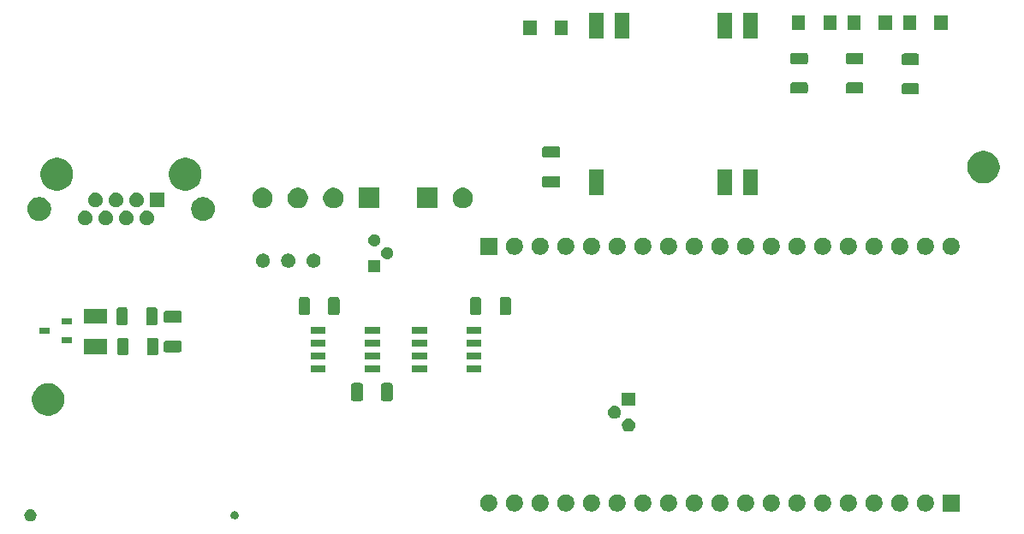
<source format=gbs>
%TF.GenerationSoftware,KiCad,Pcbnew,9.0.1*%
%TF.CreationDate,2025-08-07T18:15:34+02:00*%
%TF.ProjectId,Hauptmodul,48617570-746d-46f6-9475-6c2e6b696361,rev?*%
%TF.SameCoordinates,Original*%
%TF.FileFunction,Soldermask,Bot*%
%TF.FilePolarity,Negative*%
%FSLAX46Y46*%
G04 Gerber Fmt 4.6, Leading zero omitted, Abs format (unit mm)*
G04 Created by KiCad (PCBNEW 9.0.1) date 2025-08-07 18:15:34*
%MOMM*%
%LPD*%
G01*
G04 APERTURE LIST*
G04 APERTURE END LIST*
G36*
X102069471Y-94605133D02*
G01*
X102078316Y-94605133D01*
X102103794Y-94611960D01*
X102174137Y-94625951D01*
X102207342Y-94639705D01*
X102229610Y-94645672D01*
X102249576Y-94657199D01*
X102282779Y-94670953D01*
X102342414Y-94710799D01*
X102365257Y-94723988D01*
X102371509Y-94730240D01*
X102380559Y-94736287D01*
X102463712Y-94819440D01*
X102469758Y-94828489D01*
X102476012Y-94834743D01*
X102489202Y-94857589D01*
X102529046Y-94917220D01*
X102542797Y-94950419D01*
X102554328Y-94970390D01*
X102560295Y-94992661D01*
X102574048Y-95025862D01*
X102588039Y-95096202D01*
X102594867Y-95121684D01*
X102594867Y-95130528D01*
X102596990Y-95141202D01*
X102596990Y-95258797D01*
X102594867Y-95269470D01*
X102594867Y-95278316D01*
X102588038Y-95303800D01*
X102574048Y-95374137D01*
X102560296Y-95407335D01*
X102554328Y-95429610D01*
X102542796Y-95449583D01*
X102529046Y-95482779D01*
X102489206Y-95542403D01*
X102476012Y-95565257D01*
X102469756Y-95571512D01*
X102463712Y-95580559D01*
X102380559Y-95663712D01*
X102371512Y-95669756D01*
X102365257Y-95676012D01*
X102342403Y-95689206D01*
X102282779Y-95729046D01*
X102249583Y-95742796D01*
X102229610Y-95754328D01*
X102207335Y-95760296D01*
X102174137Y-95774048D01*
X102103800Y-95788038D01*
X102078316Y-95794867D01*
X102069470Y-95794867D01*
X102058797Y-95796990D01*
X101941203Y-95796990D01*
X101930530Y-95794867D01*
X101921684Y-95794867D01*
X101896200Y-95788038D01*
X101825862Y-95774048D01*
X101792661Y-95760295D01*
X101770390Y-95754328D01*
X101750419Y-95742797D01*
X101717220Y-95729046D01*
X101657589Y-95689202D01*
X101634743Y-95676012D01*
X101628489Y-95669758D01*
X101619440Y-95663712D01*
X101536287Y-95580559D01*
X101530240Y-95571509D01*
X101523988Y-95565257D01*
X101510799Y-95542414D01*
X101470953Y-95482779D01*
X101457199Y-95449576D01*
X101445672Y-95429610D01*
X101439705Y-95407342D01*
X101425951Y-95374137D01*
X101411960Y-95303794D01*
X101405133Y-95278316D01*
X101405133Y-95269470D01*
X101403010Y-95258797D01*
X101403010Y-95141202D01*
X101405133Y-95130528D01*
X101405133Y-95121684D01*
X101411959Y-95096207D01*
X101425951Y-95025862D01*
X101439706Y-94992654D01*
X101445672Y-94970390D01*
X101457198Y-94950425D01*
X101470953Y-94917220D01*
X101510804Y-94857578D01*
X101523988Y-94834743D01*
X101530238Y-94828492D01*
X101536287Y-94819440D01*
X101619440Y-94736287D01*
X101628492Y-94730238D01*
X101634743Y-94723988D01*
X101657578Y-94710804D01*
X101717220Y-94670953D01*
X101750425Y-94657198D01*
X101770390Y-94645672D01*
X101792654Y-94639706D01*
X101825862Y-94625951D01*
X101896206Y-94611959D01*
X101921684Y-94605133D01*
X101930529Y-94605133D01*
X101941203Y-94603010D01*
X102058797Y-94603010D01*
X102069471Y-94605133D01*
G37*
G36*
X122353073Y-94830448D02*
G01*
X122443505Y-94882659D01*
X122517341Y-94956495D01*
X122569552Y-95046927D01*
X122596578Y-95147790D01*
X122596578Y-95252210D01*
X122569552Y-95353073D01*
X122517341Y-95443505D01*
X122443505Y-95517341D01*
X122353073Y-95569552D01*
X122252210Y-95596578D01*
X122147790Y-95596578D01*
X122046927Y-95569552D01*
X121956495Y-95517341D01*
X121882659Y-95443505D01*
X121830448Y-95353073D01*
X121803422Y-95252210D01*
X121803422Y-95147790D01*
X121830448Y-95046927D01*
X121882659Y-94956495D01*
X121956495Y-94882659D01*
X122046927Y-94830448D01*
X122147790Y-94803422D01*
X122252210Y-94803422D01*
X122353073Y-94830448D01*
G37*
G36*
X193890000Y-94830000D02*
G01*
X192190000Y-94830000D01*
X192190000Y-93130000D01*
X193890000Y-93130000D01*
X193890000Y-94830000D01*
G37*
G36*
X147566742Y-93166601D02*
G01*
X147720687Y-93230367D01*
X147859234Y-93322941D01*
X147977059Y-93440766D01*
X148069633Y-93579313D01*
X148133399Y-93733258D01*
X148165907Y-93896685D01*
X148165907Y-94063315D01*
X148133399Y-94226742D01*
X148069633Y-94380687D01*
X147977059Y-94519234D01*
X147859234Y-94637059D01*
X147720687Y-94729633D01*
X147566742Y-94793399D01*
X147403315Y-94825907D01*
X147236685Y-94825907D01*
X147073258Y-94793399D01*
X146919313Y-94729633D01*
X146780766Y-94637059D01*
X146662941Y-94519234D01*
X146570367Y-94380687D01*
X146506601Y-94226742D01*
X146474093Y-94063315D01*
X146474093Y-93896685D01*
X146506601Y-93733258D01*
X146570367Y-93579313D01*
X146662941Y-93440766D01*
X146780766Y-93322941D01*
X146919313Y-93230367D01*
X147073258Y-93166601D01*
X147236685Y-93134093D01*
X147403315Y-93134093D01*
X147566742Y-93166601D01*
G37*
G36*
X150106742Y-93166601D02*
G01*
X150260687Y-93230367D01*
X150399234Y-93322941D01*
X150517059Y-93440766D01*
X150609633Y-93579313D01*
X150673399Y-93733258D01*
X150705907Y-93896685D01*
X150705907Y-94063315D01*
X150673399Y-94226742D01*
X150609633Y-94380687D01*
X150517059Y-94519234D01*
X150399234Y-94637059D01*
X150260687Y-94729633D01*
X150106742Y-94793399D01*
X149943315Y-94825907D01*
X149776685Y-94825907D01*
X149613258Y-94793399D01*
X149459313Y-94729633D01*
X149320766Y-94637059D01*
X149202941Y-94519234D01*
X149110367Y-94380687D01*
X149046601Y-94226742D01*
X149014093Y-94063315D01*
X149014093Y-93896685D01*
X149046601Y-93733258D01*
X149110367Y-93579313D01*
X149202941Y-93440766D01*
X149320766Y-93322941D01*
X149459313Y-93230367D01*
X149613258Y-93166601D01*
X149776685Y-93134093D01*
X149943315Y-93134093D01*
X150106742Y-93166601D01*
G37*
G36*
X152646742Y-93166601D02*
G01*
X152800687Y-93230367D01*
X152939234Y-93322941D01*
X153057059Y-93440766D01*
X153149633Y-93579313D01*
X153213399Y-93733258D01*
X153245907Y-93896685D01*
X153245907Y-94063315D01*
X153213399Y-94226742D01*
X153149633Y-94380687D01*
X153057059Y-94519234D01*
X152939234Y-94637059D01*
X152800687Y-94729633D01*
X152646742Y-94793399D01*
X152483315Y-94825907D01*
X152316685Y-94825907D01*
X152153258Y-94793399D01*
X151999313Y-94729633D01*
X151860766Y-94637059D01*
X151742941Y-94519234D01*
X151650367Y-94380687D01*
X151586601Y-94226742D01*
X151554093Y-94063315D01*
X151554093Y-93896685D01*
X151586601Y-93733258D01*
X151650367Y-93579313D01*
X151742941Y-93440766D01*
X151860766Y-93322941D01*
X151999313Y-93230367D01*
X152153258Y-93166601D01*
X152316685Y-93134093D01*
X152483315Y-93134093D01*
X152646742Y-93166601D01*
G37*
G36*
X155186742Y-93166601D02*
G01*
X155340687Y-93230367D01*
X155479234Y-93322941D01*
X155597059Y-93440766D01*
X155689633Y-93579313D01*
X155753399Y-93733258D01*
X155785907Y-93896685D01*
X155785907Y-94063315D01*
X155753399Y-94226742D01*
X155689633Y-94380687D01*
X155597059Y-94519234D01*
X155479234Y-94637059D01*
X155340687Y-94729633D01*
X155186742Y-94793399D01*
X155023315Y-94825907D01*
X154856685Y-94825907D01*
X154693258Y-94793399D01*
X154539313Y-94729633D01*
X154400766Y-94637059D01*
X154282941Y-94519234D01*
X154190367Y-94380687D01*
X154126601Y-94226742D01*
X154094093Y-94063315D01*
X154094093Y-93896685D01*
X154126601Y-93733258D01*
X154190367Y-93579313D01*
X154282941Y-93440766D01*
X154400766Y-93322941D01*
X154539313Y-93230367D01*
X154693258Y-93166601D01*
X154856685Y-93134093D01*
X155023315Y-93134093D01*
X155186742Y-93166601D01*
G37*
G36*
X157726742Y-93166601D02*
G01*
X157880687Y-93230367D01*
X158019234Y-93322941D01*
X158137059Y-93440766D01*
X158229633Y-93579313D01*
X158293399Y-93733258D01*
X158325907Y-93896685D01*
X158325907Y-94063315D01*
X158293399Y-94226742D01*
X158229633Y-94380687D01*
X158137059Y-94519234D01*
X158019234Y-94637059D01*
X157880687Y-94729633D01*
X157726742Y-94793399D01*
X157563315Y-94825907D01*
X157396685Y-94825907D01*
X157233258Y-94793399D01*
X157079313Y-94729633D01*
X156940766Y-94637059D01*
X156822941Y-94519234D01*
X156730367Y-94380687D01*
X156666601Y-94226742D01*
X156634093Y-94063315D01*
X156634093Y-93896685D01*
X156666601Y-93733258D01*
X156730367Y-93579313D01*
X156822941Y-93440766D01*
X156940766Y-93322941D01*
X157079313Y-93230367D01*
X157233258Y-93166601D01*
X157396685Y-93134093D01*
X157563315Y-93134093D01*
X157726742Y-93166601D01*
G37*
G36*
X160266742Y-93166601D02*
G01*
X160420687Y-93230367D01*
X160559234Y-93322941D01*
X160677059Y-93440766D01*
X160769633Y-93579313D01*
X160833399Y-93733258D01*
X160865907Y-93896685D01*
X160865907Y-94063315D01*
X160833399Y-94226742D01*
X160769633Y-94380687D01*
X160677059Y-94519234D01*
X160559234Y-94637059D01*
X160420687Y-94729633D01*
X160266742Y-94793399D01*
X160103315Y-94825907D01*
X159936685Y-94825907D01*
X159773258Y-94793399D01*
X159619313Y-94729633D01*
X159480766Y-94637059D01*
X159362941Y-94519234D01*
X159270367Y-94380687D01*
X159206601Y-94226742D01*
X159174093Y-94063315D01*
X159174093Y-93896685D01*
X159206601Y-93733258D01*
X159270367Y-93579313D01*
X159362941Y-93440766D01*
X159480766Y-93322941D01*
X159619313Y-93230367D01*
X159773258Y-93166601D01*
X159936685Y-93134093D01*
X160103315Y-93134093D01*
X160266742Y-93166601D01*
G37*
G36*
X162806742Y-93166601D02*
G01*
X162960687Y-93230367D01*
X163099234Y-93322941D01*
X163217059Y-93440766D01*
X163309633Y-93579313D01*
X163373399Y-93733258D01*
X163405907Y-93896685D01*
X163405907Y-94063315D01*
X163373399Y-94226742D01*
X163309633Y-94380687D01*
X163217059Y-94519234D01*
X163099234Y-94637059D01*
X162960687Y-94729633D01*
X162806742Y-94793399D01*
X162643315Y-94825907D01*
X162476685Y-94825907D01*
X162313258Y-94793399D01*
X162159313Y-94729633D01*
X162020766Y-94637059D01*
X161902941Y-94519234D01*
X161810367Y-94380687D01*
X161746601Y-94226742D01*
X161714093Y-94063315D01*
X161714093Y-93896685D01*
X161746601Y-93733258D01*
X161810367Y-93579313D01*
X161902941Y-93440766D01*
X162020766Y-93322941D01*
X162159313Y-93230367D01*
X162313258Y-93166601D01*
X162476685Y-93134093D01*
X162643315Y-93134093D01*
X162806742Y-93166601D01*
G37*
G36*
X165346742Y-93166601D02*
G01*
X165500687Y-93230367D01*
X165639234Y-93322941D01*
X165757059Y-93440766D01*
X165849633Y-93579313D01*
X165913399Y-93733258D01*
X165945907Y-93896685D01*
X165945907Y-94063315D01*
X165913399Y-94226742D01*
X165849633Y-94380687D01*
X165757059Y-94519234D01*
X165639234Y-94637059D01*
X165500687Y-94729633D01*
X165346742Y-94793399D01*
X165183315Y-94825907D01*
X165016685Y-94825907D01*
X164853258Y-94793399D01*
X164699313Y-94729633D01*
X164560766Y-94637059D01*
X164442941Y-94519234D01*
X164350367Y-94380687D01*
X164286601Y-94226742D01*
X164254093Y-94063315D01*
X164254093Y-93896685D01*
X164286601Y-93733258D01*
X164350367Y-93579313D01*
X164442941Y-93440766D01*
X164560766Y-93322941D01*
X164699313Y-93230367D01*
X164853258Y-93166601D01*
X165016685Y-93134093D01*
X165183315Y-93134093D01*
X165346742Y-93166601D01*
G37*
G36*
X167886742Y-93166601D02*
G01*
X168040687Y-93230367D01*
X168179234Y-93322941D01*
X168297059Y-93440766D01*
X168389633Y-93579313D01*
X168453399Y-93733258D01*
X168485907Y-93896685D01*
X168485907Y-94063315D01*
X168453399Y-94226742D01*
X168389633Y-94380687D01*
X168297059Y-94519234D01*
X168179234Y-94637059D01*
X168040687Y-94729633D01*
X167886742Y-94793399D01*
X167723315Y-94825907D01*
X167556685Y-94825907D01*
X167393258Y-94793399D01*
X167239313Y-94729633D01*
X167100766Y-94637059D01*
X166982941Y-94519234D01*
X166890367Y-94380687D01*
X166826601Y-94226742D01*
X166794093Y-94063315D01*
X166794093Y-93896685D01*
X166826601Y-93733258D01*
X166890367Y-93579313D01*
X166982941Y-93440766D01*
X167100766Y-93322941D01*
X167239313Y-93230367D01*
X167393258Y-93166601D01*
X167556685Y-93134093D01*
X167723315Y-93134093D01*
X167886742Y-93166601D01*
G37*
G36*
X170426742Y-93166601D02*
G01*
X170580687Y-93230367D01*
X170719234Y-93322941D01*
X170837059Y-93440766D01*
X170929633Y-93579313D01*
X170993399Y-93733258D01*
X171025907Y-93896685D01*
X171025907Y-94063315D01*
X170993399Y-94226742D01*
X170929633Y-94380687D01*
X170837059Y-94519234D01*
X170719234Y-94637059D01*
X170580687Y-94729633D01*
X170426742Y-94793399D01*
X170263315Y-94825907D01*
X170096685Y-94825907D01*
X169933258Y-94793399D01*
X169779313Y-94729633D01*
X169640766Y-94637059D01*
X169522941Y-94519234D01*
X169430367Y-94380687D01*
X169366601Y-94226742D01*
X169334093Y-94063315D01*
X169334093Y-93896685D01*
X169366601Y-93733258D01*
X169430367Y-93579313D01*
X169522941Y-93440766D01*
X169640766Y-93322941D01*
X169779313Y-93230367D01*
X169933258Y-93166601D01*
X170096685Y-93134093D01*
X170263315Y-93134093D01*
X170426742Y-93166601D01*
G37*
G36*
X172966742Y-93166601D02*
G01*
X173120687Y-93230367D01*
X173259234Y-93322941D01*
X173377059Y-93440766D01*
X173469633Y-93579313D01*
X173533399Y-93733258D01*
X173565907Y-93896685D01*
X173565907Y-94063315D01*
X173533399Y-94226742D01*
X173469633Y-94380687D01*
X173377059Y-94519234D01*
X173259234Y-94637059D01*
X173120687Y-94729633D01*
X172966742Y-94793399D01*
X172803315Y-94825907D01*
X172636685Y-94825907D01*
X172473258Y-94793399D01*
X172319313Y-94729633D01*
X172180766Y-94637059D01*
X172062941Y-94519234D01*
X171970367Y-94380687D01*
X171906601Y-94226742D01*
X171874093Y-94063315D01*
X171874093Y-93896685D01*
X171906601Y-93733258D01*
X171970367Y-93579313D01*
X172062941Y-93440766D01*
X172180766Y-93322941D01*
X172319313Y-93230367D01*
X172473258Y-93166601D01*
X172636685Y-93134093D01*
X172803315Y-93134093D01*
X172966742Y-93166601D01*
G37*
G36*
X175506742Y-93166601D02*
G01*
X175660687Y-93230367D01*
X175799234Y-93322941D01*
X175917059Y-93440766D01*
X176009633Y-93579313D01*
X176073399Y-93733258D01*
X176105907Y-93896685D01*
X176105907Y-94063315D01*
X176073399Y-94226742D01*
X176009633Y-94380687D01*
X175917059Y-94519234D01*
X175799234Y-94637059D01*
X175660687Y-94729633D01*
X175506742Y-94793399D01*
X175343315Y-94825907D01*
X175176685Y-94825907D01*
X175013258Y-94793399D01*
X174859313Y-94729633D01*
X174720766Y-94637059D01*
X174602941Y-94519234D01*
X174510367Y-94380687D01*
X174446601Y-94226742D01*
X174414093Y-94063315D01*
X174414093Y-93896685D01*
X174446601Y-93733258D01*
X174510367Y-93579313D01*
X174602941Y-93440766D01*
X174720766Y-93322941D01*
X174859313Y-93230367D01*
X175013258Y-93166601D01*
X175176685Y-93134093D01*
X175343315Y-93134093D01*
X175506742Y-93166601D01*
G37*
G36*
X178046742Y-93166601D02*
G01*
X178200687Y-93230367D01*
X178339234Y-93322941D01*
X178457059Y-93440766D01*
X178549633Y-93579313D01*
X178613399Y-93733258D01*
X178645907Y-93896685D01*
X178645907Y-94063315D01*
X178613399Y-94226742D01*
X178549633Y-94380687D01*
X178457059Y-94519234D01*
X178339234Y-94637059D01*
X178200687Y-94729633D01*
X178046742Y-94793399D01*
X177883315Y-94825907D01*
X177716685Y-94825907D01*
X177553258Y-94793399D01*
X177399313Y-94729633D01*
X177260766Y-94637059D01*
X177142941Y-94519234D01*
X177050367Y-94380687D01*
X176986601Y-94226742D01*
X176954093Y-94063315D01*
X176954093Y-93896685D01*
X176986601Y-93733258D01*
X177050367Y-93579313D01*
X177142941Y-93440766D01*
X177260766Y-93322941D01*
X177399313Y-93230367D01*
X177553258Y-93166601D01*
X177716685Y-93134093D01*
X177883315Y-93134093D01*
X178046742Y-93166601D01*
G37*
G36*
X180586742Y-93166601D02*
G01*
X180740687Y-93230367D01*
X180879234Y-93322941D01*
X180997059Y-93440766D01*
X181089633Y-93579313D01*
X181153399Y-93733258D01*
X181185907Y-93896685D01*
X181185907Y-94063315D01*
X181153399Y-94226742D01*
X181089633Y-94380687D01*
X180997059Y-94519234D01*
X180879234Y-94637059D01*
X180740687Y-94729633D01*
X180586742Y-94793399D01*
X180423315Y-94825907D01*
X180256685Y-94825907D01*
X180093258Y-94793399D01*
X179939313Y-94729633D01*
X179800766Y-94637059D01*
X179682941Y-94519234D01*
X179590367Y-94380687D01*
X179526601Y-94226742D01*
X179494093Y-94063315D01*
X179494093Y-93896685D01*
X179526601Y-93733258D01*
X179590367Y-93579313D01*
X179682941Y-93440766D01*
X179800766Y-93322941D01*
X179939313Y-93230367D01*
X180093258Y-93166601D01*
X180256685Y-93134093D01*
X180423315Y-93134093D01*
X180586742Y-93166601D01*
G37*
G36*
X183126742Y-93166601D02*
G01*
X183280687Y-93230367D01*
X183419234Y-93322941D01*
X183537059Y-93440766D01*
X183629633Y-93579313D01*
X183693399Y-93733258D01*
X183725907Y-93896685D01*
X183725907Y-94063315D01*
X183693399Y-94226742D01*
X183629633Y-94380687D01*
X183537059Y-94519234D01*
X183419234Y-94637059D01*
X183280687Y-94729633D01*
X183126742Y-94793399D01*
X182963315Y-94825907D01*
X182796685Y-94825907D01*
X182633258Y-94793399D01*
X182479313Y-94729633D01*
X182340766Y-94637059D01*
X182222941Y-94519234D01*
X182130367Y-94380687D01*
X182066601Y-94226742D01*
X182034093Y-94063315D01*
X182034093Y-93896685D01*
X182066601Y-93733258D01*
X182130367Y-93579313D01*
X182222941Y-93440766D01*
X182340766Y-93322941D01*
X182479313Y-93230367D01*
X182633258Y-93166601D01*
X182796685Y-93134093D01*
X182963315Y-93134093D01*
X183126742Y-93166601D01*
G37*
G36*
X185666742Y-93166601D02*
G01*
X185820687Y-93230367D01*
X185959234Y-93322941D01*
X186077059Y-93440766D01*
X186169633Y-93579313D01*
X186233399Y-93733258D01*
X186265907Y-93896685D01*
X186265907Y-94063315D01*
X186233399Y-94226742D01*
X186169633Y-94380687D01*
X186077059Y-94519234D01*
X185959234Y-94637059D01*
X185820687Y-94729633D01*
X185666742Y-94793399D01*
X185503315Y-94825907D01*
X185336685Y-94825907D01*
X185173258Y-94793399D01*
X185019313Y-94729633D01*
X184880766Y-94637059D01*
X184762941Y-94519234D01*
X184670367Y-94380687D01*
X184606601Y-94226742D01*
X184574093Y-94063315D01*
X184574093Y-93896685D01*
X184606601Y-93733258D01*
X184670367Y-93579313D01*
X184762941Y-93440766D01*
X184880766Y-93322941D01*
X185019313Y-93230367D01*
X185173258Y-93166601D01*
X185336685Y-93134093D01*
X185503315Y-93134093D01*
X185666742Y-93166601D01*
G37*
G36*
X188206742Y-93166601D02*
G01*
X188360687Y-93230367D01*
X188499234Y-93322941D01*
X188617059Y-93440766D01*
X188709633Y-93579313D01*
X188773399Y-93733258D01*
X188805907Y-93896685D01*
X188805907Y-94063315D01*
X188773399Y-94226742D01*
X188709633Y-94380687D01*
X188617059Y-94519234D01*
X188499234Y-94637059D01*
X188360687Y-94729633D01*
X188206742Y-94793399D01*
X188043315Y-94825907D01*
X187876685Y-94825907D01*
X187713258Y-94793399D01*
X187559313Y-94729633D01*
X187420766Y-94637059D01*
X187302941Y-94519234D01*
X187210367Y-94380687D01*
X187146601Y-94226742D01*
X187114093Y-94063315D01*
X187114093Y-93896685D01*
X187146601Y-93733258D01*
X187210367Y-93579313D01*
X187302941Y-93440766D01*
X187420766Y-93322941D01*
X187559313Y-93230367D01*
X187713258Y-93166601D01*
X187876685Y-93134093D01*
X188043315Y-93134093D01*
X188206742Y-93166601D01*
G37*
G36*
X190746742Y-93166601D02*
G01*
X190900687Y-93230367D01*
X191039234Y-93322941D01*
X191157059Y-93440766D01*
X191249633Y-93579313D01*
X191313399Y-93733258D01*
X191345907Y-93896685D01*
X191345907Y-94063315D01*
X191313399Y-94226742D01*
X191249633Y-94380687D01*
X191157059Y-94519234D01*
X191039234Y-94637059D01*
X190900687Y-94729633D01*
X190746742Y-94793399D01*
X190583315Y-94825907D01*
X190416685Y-94825907D01*
X190253258Y-94793399D01*
X190099313Y-94729633D01*
X189960766Y-94637059D01*
X189842941Y-94519234D01*
X189750367Y-94380687D01*
X189686601Y-94226742D01*
X189654093Y-94063315D01*
X189654093Y-93896685D01*
X189686601Y-93733258D01*
X189750367Y-93579313D01*
X189842941Y-93440766D01*
X189960766Y-93322941D01*
X190099313Y-93230367D01*
X190253258Y-93166601D01*
X190416685Y-93134093D01*
X190583315Y-93134093D01*
X190746742Y-93166601D01*
G37*
G36*
X161341588Y-85643419D02*
G01*
X161461122Y-85692932D01*
X161568700Y-85764813D01*
X161660187Y-85856300D01*
X161732068Y-85963878D01*
X161781581Y-86083412D01*
X161806822Y-86210309D01*
X161806822Y-86339691D01*
X161781581Y-86466588D01*
X161732068Y-86586122D01*
X161660187Y-86693700D01*
X161568700Y-86785187D01*
X161461122Y-86857068D01*
X161341588Y-86906581D01*
X161214691Y-86931822D01*
X161085309Y-86931822D01*
X160958412Y-86906581D01*
X160838878Y-86857068D01*
X160731300Y-86785187D01*
X160639813Y-86693700D01*
X160567932Y-86586122D01*
X160518419Y-86466588D01*
X160493178Y-86339691D01*
X160493178Y-86210309D01*
X160518419Y-86083412D01*
X160567932Y-85963878D01*
X160639813Y-85856300D01*
X160731300Y-85764813D01*
X160838878Y-85692932D01*
X160958412Y-85643419D01*
X161085309Y-85618178D01*
X161214691Y-85618178D01*
X161341588Y-85643419D01*
G37*
G36*
X159941588Y-84368419D02*
G01*
X160061122Y-84417932D01*
X160168700Y-84489813D01*
X160260187Y-84581300D01*
X160332068Y-84688878D01*
X160381581Y-84808412D01*
X160406822Y-84935309D01*
X160406822Y-85064691D01*
X160381581Y-85191588D01*
X160332068Y-85311122D01*
X160260187Y-85418700D01*
X160168700Y-85510187D01*
X160061122Y-85582068D01*
X159941588Y-85631581D01*
X159814691Y-85656822D01*
X159685309Y-85656822D01*
X159558412Y-85631581D01*
X159438878Y-85582068D01*
X159331300Y-85510187D01*
X159239813Y-85418700D01*
X159167932Y-85311122D01*
X159118419Y-85191588D01*
X159093178Y-85064691D01*
X159093178Y-84935309D01*
X159118419Y-84808412D01*
X159167932Y-84688878D01*
X159239813Y-84581300D01*
X159331300Y-84489813D01*
X159438878Y-84417932D01*
X159558412Y-84368419D01*
X159685309Y-84343178D01*
X159814691Y-84343178D01*
X159941588Y-84368419D01*
G37*
G36*
X104123513Y-82194208D02*
G01*
X104362293Y-82271793D01*
X104585998Y-82385776D01*
X104789117Y-82533350D01*
X104966650Y-82710883D01*
X105114224Y-82914002D01*
X105228207Y-83137707D01*
X105305792Y-83376487D01*
X105345068Y-83624465D01*
X105345068Y-83875535D01*
X105305792Y-84123513D01*
X105228207Y-84362293D01*
X105114224Y-84585998D01*
X104966650Y-84789117D01*
X104789117Y-84966650D01*
X104585998Y-85114224D01*
X104362293Y-85228207D01*
X104123513Y-85305792D01*
X103875535Y-85345068D01*
X103624465Y-85345068D01*
X103376487Y-85305792D01*
X103137707Y-85228207D01*
X102914002Y-85114224D01*
X102710883Y-84966650D01*
X102533350Y-84789117D01*
X102385776Y-84585998D01*
X102271793Y-84362293D01*
X102194208Y-84123513D01*
X102154932Y-83875535D01*
X102154932Y-83624465D01*
X102194208Y-83376487D01*
X102271793Y-83137707D01*
X102385776Y-82914002D01*
X102533350Y-82710883D01*
X102710883Y-82533350D01*
X102914002Y-82385776D01*
X103137707Y-82271793D01*
X103376487Y-82194208D01*
X103624465Y-82154932D01*
X103875535Y-82154932D01*
X104123513Y-82194208D01*
G37*
G36*
X161810000Y-84385000D02*
G01*
X160490000Y-84385000D01*
X160490000Y-83065000D01*
X161810000Y-83065000D01*
X161810000Y-84385000D01*
G37*
G36*
X134720671Y-82119030D02*
G01*
X134801777Y-82173223D01*
X134855970Y-82254329D01*
X134875000Y-82350000D01*
X134875000Y-83650000D01*
X134855970Y-83745671D01*
X134801777Y-83826777D01*
X134720671Y-83880970D01*
X134625000Y-83900000D01*
X133975000Y-83900000D01*
X133879329Y-83880970D01*
X133798223Y-83826777D01*
X133744030Y-83745671D01*
X133725000Y-83650000D01*
X133725000Y-82350000D01*
X133744030Y-82254329D01*
X133798223Y-82173223D01*
X133879329Y-82119030D01*
X133975000Y-82100000D01*
X134625000Y-82100000D01*
X134720671Y-82119030D01*
G37*
G36*
X137670671Y-82119030D02*
G01*
X137751777Y-82173223D01*
X137805970Y-82254329D01*
X137825000Y-82350000D01*
X137825000Y-83650000D01*
X137805970Y-83745671D01*
X137751777Y-83826777D01*
X137670671Y-83880970D01*
X137575000Y-83900000D01*
X136925000Y-83900000D01*
X136829329Y-83880970D01*
X136748223Y-83826777D01*
X136694030Y-83745671D01*
X136675000Y-83650000D01*
X136675000Y-82350000D01*
X136694030Y-82254329D01*
X136748223Y-82173223D01*
X136829329Y-82119030D01*
X136925000Y-82100000D01*
X137575000Y-82100000D01*
X137670671Y-82119030D01*
G37*
G36*
X131200000Y-81035000D02*
G01*
X129700000Y-81035000D01*
X129700000Y-80385000D01*
X131200000Y-80385000D01*
X131200000Y-81035000D01*
G37*
G36*
X136600000Y-81035000D02*
G01*
X135100000Y-81035000D01*
X135100000Y-80385000D01*
X136600000Y-80385000D01*
X136600000Y-81035000D01*
G37*
G36*
X141200000Y-81035000D02*
G01*
X139700000Y-81035000D01*
X139700000Y-80385000D01*
X141200000Y-80385000D01*
X141200000Y-81035000D01*
G37*
G36*
X146600000Y-81035000D02*
G01*
X145100000Y-81035000D01*
X145100000Y-80385000D01*
X146600000Y-80385000D01*
X146600000Y-81035000D01*
G37*
G36*
X131200000Y-79765000D02*
G01*
X129700000Y-79765000D01*
X129700000Y-79115000D01*
X131200000Y-79115000D01*
X131200000Y-79765000D01*
G37*
G36*
X136600000Y-79765000D02*
G01*
X135100000Y-79765000D01*
X135100000Y-79115000D01*
X136600000Y-79115000D01*
X136600000Y-79765000D01*
G37*
G36*
X141200000Y-79765000D02*
G01*
X139700000Y-79765000D01*
X139700000Y-79115000D01*
X141200000Y-79115000D01*
X141200000Y-79765000D01*
G37*
G36*
X146600000Y-79765000D02*
G01*
X145100000Y-79765000D01*
X145100000Y-79115000D01*
X146600000Y-79115000D01*
X146600000Y-79765000D01*
G37*
G36*
X111558171Y-77644030D02*
G01*
X111639277Y-77698223D01*
X111693470Y-77779329D01*
X111712500Y-77875000D01*
X111712500Y-79125000D01*
X111693470Y-79220671D01*
X111639277Y-79301777D01*
X111558171Y-79355970D01*
X111462500Y-79375000D01*
X110837500Y-79375000D01*
X110741829Y-79355970D01*
X110660723Y-79301777D01*
X110606530Y-79220671D01*
X110587500Y-79125000D01*
X110587500Y-77875000D01*
X110606530Y-77779329D01*
X110660723Y-77698223D01*
X110741829Y-77644030D01*
X110837500Y-77625000D01*
X111462500Y-77625000D01*
X111558171Y-77644030D01*
G37*
G36*
X114483171Y-77644030D02*
G01*
X114564277Y-77698223D01*
X114618470Y-77779329D01*
X114637500Y-77875000D01*
X114637500Y-79125000D01*
X114618470Y-79220671D01*
X114564277Y-79301777D01*
X114483171Y-79355970D01*
X114387500Y-79375000D01*
X113762500Y-79375000D01*
X113666829Y-79355970D01*
X113585723Y-79301777D01*
X113531530Y-79220671D01*
X113512500Y-79125000D01*
X113512500Y-77875000D01*
X113531530Y-77779329D01*
X113585723Y-77698223D01*
X113666829Y-77644030D01*
X113762500Y-77625000D01*
X114387500Y-77625000D01*
X114483171Y-77644030D01*
G37*
G36*
X109575000Y-79250000D02*
G01*
X108575000Y-79250000D01*
X108276039Y-79250000D01*
X108275000Y-79250000D01*
X107275000Y-79250000D01*
X107275000Y-77750000D01*
X108275000Y-77750000D01*
X109572536Y-77750000D01*
X109575000Y-77750000D01*
X109575000Y-79250000D01*
G37*
G36*
X116820671Y-77944030D02*
G01*
X116901777Y-77998223D01*
X116955970Y-78079329D01*
X116975000Y-78175000D01*
X116975000Y-78825000D01*
X116955970Y-78920671D01*
X116901777Y-79001777D01*
X116820671Y-79055970D01*
X116725000Y-79075000D01*
X115425000Y-79075000D01*
X115329329Y-79055970D01*
X115248223Y-79001777D01*
X115194030Y-78920671D01*
X115175000Y-78825000D01*
X115175000Y-78175000D01*
X115194030Y-78079329D01*
X115248223Y-77998223D01*
X115329329Y-77944030D01*
X115425000Y-77925000D01*
X116725000Y-77925000D01*
X116820671Y-77944030D01*
G37*
G36*
X131200000Y-78495000D02*
G01*
X129700000Y-78495000D01*
X129700000Y-77845000D01*
X131200000Y-77845000D01*
X131200000Y-78495000D01*
G37*
G36*
X136600000Y-78495000D02*
G01*
X135100000Y-78495000D01*
X135100000Y-77845000D01*
X136600000Y-77845000D01*
X136600000Y-78495000D01*
G37*
G36*
X141200000Y-78495000D02*
G01*
X139700000Y-78495000D01*
X139700000Y-77845000D01*
X141200000Y-77845000D01*
X141200000Y-78495000D01*
G37*
G36*
X146600000Y-78495000D02*
G01*
X145100000Y-78495000D01*
X145100000Y-77845000D01*
X146600000Y-77845000D01*
X146600000Y-78495000D01*
G37*
G36*
X106100000Y-78200000D02*
G01*
X105050000Y-78200000D01*
X105050000Y-77600000D01*
X106100000Y-77600000D01*
X106100000Y-78200000D01*
G37*
G36*
X103900000Y-77250000D02*
G01*
X102850000Y-77250000D01*
X102850000Y-76650000D01*
X103900000Y-76650000D01*
X103900000Y-77250000D01*
G37*
G36*
X131200000Y-77225000D02*
G01*
X129700000Y-77225000D01*
X129700000Y-76575000D01*
X131200000Y-76575000D01*
X131200000Y-77225000D01*
G37*
G36*
X136600000Y-77225000D02*
G01*
X135100000Y-77225000D01*
X135100000Y-76575000D01*
X136600000Y-76575000D01*
X136600000Y-77225000D01*
G37*
G36*
X141200000Y-77225000D02*
G01*
X139700000Y-77225000D01*
X139700000Y-76575000D01*
X141200000Y-76575000D01*
X141200000Y-77225000D01*
G37*
G36*
X146600000Y-77225000D02*
G01*
X145100000Y-77225000D01*
X145100000Y-76575000D01*
X146600000Y-76575000D01*
X146600000Y-77225000D01*
G37*
G36*
X111483171Y-74644030D02*
G01*
X111564277Y-74698223D01*
X111618470Y-74779329D01*
X111637500Y-74875000D01*
X111637500Y-76125000D01*
X111618470Y-76220671D01*
X111564277Y-76301777D01*
X111483171Y-76355970D01*
X111387500Y-76375000D01*
X110762500Y-76375000D01*
X110666829Y-76355970D01*
X110585723Y-76301777D01*
X110531530Y-76220671D01*
X110512500Y-76125000D01*
X110512500Y-74875000D01*
X110531530Y-74779329D01*
X110585723Y-74698223D01*
X110666829Y-74644030D01*
X110762500Y-74625000D01*
X111387500Y-74625000D01*
X111483171Y-74644030D01*
G37*
G36*
X114408171Y-74644030D02*
G01*
X114489277Y-74698223D01*
X114543470Y-74779329D01*
X114562500Y-74875000D01*
X114562500Y-76125000D01*
X114543470Y-76220671D01*
X114489277Y-76301777D01*
X114408171Y-76355970D01*
X114312500Y-76375000D01*
X113687500Y-76375000D01*
X113591829Y-76355970D01*
X113510723Y-76301777D01*
X113456530Y-76220671D01*
X113437500Y-76125000D01*
X113437500Y-74875000D01*
X113456530Y-74779329D01*
X113510723Y-74698223D01*
X113591829Y-74644030D01*
X113687500Y-74625000D01*
X114312500Y-74625000D01*
X114408171Y-74644030D01*
G37*
G36*
X106100000Y-76300000D02*
G01*
X105050000Y-76300000D01*
X105050000Y-75700000D01*
X106100000Y-75700000D01*
X106100000Y-76300000D01*
G37*
G36*
X109575000Y-76250000D02*
G01*
X108575000Y-76250000D01*
X108276039Y-76250000D01*
X108275000Y-76250000D01*
X107275000Y-76250000D01*
X107275000Y-74750000D01*
X108275000Y-74750000D01*
X109572536Y-74750000D01*
X109575000Y-74750000D01*
X109575000Y-76250000D01*
G37*
G36*
X116820671Y-74994030D02*
G01*
X116901777Y-75048223D01*
X116955970Y-75129329D01*
X116975000Y-75225000D01*
X116975000Y-75875000D01*
X116955970Y-75970671D01*
X116901777Y-76051777D01*
X116820671Y-76105970D01*
X116725000Y-76125000D01*
X115425000Y-76125000D01*
X115329329Y-76105970D01*
X115248223Y-76051777D01*
X115194030Y-75970671D01*
X115175000Y-75875000D01*
X115175000Y-75225000D01*
X115194030Y-75129329D01*
X115248223Y-75048223D01*
X115329329Y-74994030D01*
X115425000Y-74975000D01*
X116725000Y-74975000D01*
X116820671Y-74994030D01*
G37*
G36*
X146445671Y-73619030D02*
G01*
X146526777Y-73673223D01*
X146580970Y-73754329D01*
X146600000Y-73850000D01*
X146600000Y-75150000D01*
X146580970Y-75245671D01*
X146526777Y-75326777D01*
X146445671Y-75380970D01*
X146350000Y-75400000D01*
X145700000Y-75400000D01*
X145604329Y-75380970D01*
X145523223Y-75326777D01*
X145469030Y-75245671D01*
X145450000Y-75150000D01*
X145450000Y-73850000D01*
X145469030Y-73754329D01*
X145523223Y-73673223D01*
X145604329Y-73619030D01*
X145700000Y-73600000D01*
X146350000Y-73600000D01*
X146445671Y-73619030D01*
G37*
G36*
X149395671Y-73619030D02*
G01*
X149476777Y-73673223D01*
X149530970Y-73754329D01*
X149550000Y-73850000D01*
X149550000Y-75150000D01*
X149530970Y-75245671D01*
X149476777Y-75326777D01*
X149395671Y-75380970D01*
X149300000Y-75400000D01*
X148650000Y-75400000D01*
X148554329Y-75380970D01*
X148473223Y-75326777D01*
X148419030Y-75245671D01*
X148400000Y-75150000D01*
X148400000Y-73850000D01*
X148419030Y-73754329D01*
X148473223Y-73673223D01*
X148554329Y-73619030D01*
X148650000Y-73600000D01*
X149300000Y-73600000D01*
X149395671Y-73619030D01*
G37*
G36*
X129483171Y-73644030D02*
G01*
X129564277Y-73698223D01*
X129618470Y-73779329D01*
X129637500Y-73875000D01*
X129637500Y-75125000D01*
X129618470Y-75220671D01*
X129564277Y-75301777D01*
X129483171Y-75355970D01*
X129387500Y-75375000D01*
X128762500Y-75375000D01*
X128666829Y-75355970D01*
X128585723Y-75301777D01*
X128531530Y-75220671D01*
X128512500Y-75125000D01*
X128512500Y-73875000D01*
X128531530Y-73779329D01*
X128585723Y-73698223D01*
X128666829Y-73644030D01*
X128762500Y-73625000D01*
X129387500Y-73625000D01*
X129483171Y-73644030D01*
G37*
G36*
X132408171Y-73644030D02*
G01*
X132489277Y-73698223D01*
X132543470Y-73779329D01*
X132562500Y-73875000D01*
X132562500Y-75125000D01*
X132543470Y-75220671D01*
X132489277Y-75301777D01*
X132408171Y-75355970D01*
X132312500Y-75375000D01*
X131687500Y-75375000D01*
X131591829Y-75355970D01*
X131510723Y-75301777D01*
X131456530Y-75220671D01*
X131437500Y-75125000D01*
X131437500Y-73875000D01*
X131456530Y-73779329D01*
X131510723Y-73698223D01*
X131591829Y-73644030D01*
X131687500Y-73625000D01*
X132312500Y-73625000D01*
X132408171Y-73644030D01*
G37*
G36*
X136600000Y-71140000D02*
G01*
X135400000Y-71140000D01*
X135400000Y-69940000D01*
X136600000Y-69940000D01*
X136600000Y-71140000D01*
G37*
G36*
X125203199Y-69330142D02*
G01*
X125329978Y-69382655D01*
X125444075Y-69458893D01*
X125541107Y-69555925D01*
X125617345Y-69670022D01*
X125669858Y-69796801D01*
X125696629Y-69931388D01*
X125696629Y-70068612D01*
X125669858Y-70203199D01*
X125617345Y-70329978D01*
X125541107Y-70444075D01*
X125444075Y-70541107D01*
X125329978Y-70617345D01*
X125203199Y-70669858D01*
X125068612Y-70696629D01*
X124931388Y-70696629D01*
X124796801Y-70669858D01*
X124670022Y-70617345D01*
X124555925Y-70541107D01*
X124458893Y-70444075D01*
X124382655Y-70329978D01*
X124330142Y-70203199D01*
X124303371Y-70068612D01*
X124303371Y-69931388D01*
X124330142Y-69796801D01*
X124382655Y-69670022D01*
X124458893Y-69555925D01*
X124555925Y-69458893D01*
X124670022Y-69382655D01*
X124796801Y-69330142D01*
X124931388Y-69303371D01*
X125068612Y-69303371D01*
X125203199Y-69330142D01*
G37*
G36*
X127703199Y-69330142D02*
G01*
X127829978Y-69382655D01*
X127944075Y-69458893D01*
X128041107Y-69555925D01*
X128117345Y-69670022D01*
X128169858Y-69796801D01*
X128196629Y-69931388D01*
X128196629Y-70068612D01*
X128169858Y-70203199D01*
X128117345Y-70329978D01*
X128041107Y-70444075D01*
X127944075Y-70541107D01*
X127829978Y-70617345D01*
X127703199Y-70669858D01*
X127568612Y-70696629D01*
X127431388Y-70696629D01*
X127296801Y-70669858D01*
X127170022Y-70617345D01*
X127055925Y-70541107D01*
X126958893Y-70444075D01*
X126882655Y-70329978D01*
X126830142Y-70203199D01*
X126803371Y-70068612D01*
X126803371Y-69931388D01*
X126830142Y-69796801D01*
X126882655Y-69670022D01*
X126958893Y-69555925D01*
X127055925Y-69458893D01*
X127170022Y-69382655D01*
X127296801Y-69330142D01*
X127431388Y-69303371D01*
X127568612Y-69303371D01*
X127703199Y-69330142D01*
G37*
G36*
X130203199Y-69330142D02*
G01*
X130329978Y-69382655D01*
X130444075Y-69458893D01*
X130541107Y-69555925D01*
X130617345Y-69670022D01*
X130669858Y-69796801D01*
X130696629Y-69931388D01*
X130696629Y-70068612D01*
X130669858Y-70203199D01*
X130617345Y-70329978D01*
X130541107Y-70444075D01*
X130444075Y-70541107D01*
X130329978Y-70617345D01*
X130203199Y-70669858D01*
X130068612Y-70696629D01*
X129931388Y-70696629D01*
X129796801Y-70669858D01*
X129670022Y-70617345D01*
X129555925Y-70541107D01*
X129458893Y-70444075D01*
X129382655Y-70329978D01*
X129330142Y-70203199D01*
X129303371Y-70068612D01*
X129303371Y-69931388D01*
X129330142Y-69796801D01*
X129382655Y-69670022D01*
X129458893Y-69555925D01*
X129555925Y-69458893D01*
X129670022Y-69382655D01*
X129796801Y-69330142D01*
X129931388Y-69303371D01*
X130068612Y-69303371D01*
X130203199Y-69330142D01*
G37*
G36*
X137339471Y-68675133D02*
G01*
X137348316Y-68675133D01*
X137373794Y-68681960D01*
X137444137Y-68695951D01*
X137477342Y-68709705D01*
X137499610Y-68715672D01*
X137519576Y-68727199D01*
X137552779Y-68740953D01*
X137612414Y-68780799D01*
X137635257Y-68793988D01*
X137641509Y-68800240D01*
X137650559Y-68806287D01*
X137733712Y-68889440D01*
X137739758Y-68898489D01*
X137746012Y-68904743D01*
X137759202Y-68927589D01*
X137799046Y-68987220D01*
X137812797Y-69020419D01*
X137824328Y-69040390D01*
X137830295Y-69062661D01*
X137844048Y-69095862D01*
X137858039Y-69166202D01*
X137864867Y-69191684D01*
X137864867Y-69200528D01*
X137866990Y-69211202D01*
X137866990Y-69328797D01*
X137864867Y-69339470D01*
X137864867Y-69348316D01*
X137858038Y-69373800D01*
X137844048Y-69444137D01*
X137830296Y-69477335D01*
X137824328Y-69499610D01*
X137812796Y-69519583D01*
X137799046Y-69552779D01*
X137759206Y-69612403D01*
X137746012Y-69635257D01*
X137739756Y-69641512D01*
X137733712Y-69650559D01*
X137650559Y-69733712D01*
X137641512Y-69739756D01*
X137635257Y-69746012D01*
X137612403Y-69759206D01*
X137552779Y-69799046D01*
X137519583Y-69812796D01*
X137499610Y-69824328D01*
X137477335Y-69830296D01*
X137444137Y-69844048D01*
X137373800Y-69858038D01*
X137348316Y-69864867D01*
X137339470Y-69864867D01*
X137328797Y-69866990D01*
X137211203Y-69866990D01*
X137200530Y-69864867D01*
X137191684Y-69864867D01*
X137166200Y-69858038D01*
X137095862Y-69844048D01*
X137062661Y-69830295D01*
X137040390Y-69824328D01*
X137020419Y-69812797D01*
X136987220Y-69799046D01*
X136927589Y-69759202D01*
X136904743Y-69746012D01*
X136898489Y-69739758D01*
X136889440Y-69733712D01*
X136806287Y-69650559D01*
X136800240Y-69641509D01*
X136793988Y-69635257D01*
X136780799Y-69612414D01*
X136740953Y-69552779D01*
X136727199Y-69519576D01*
X136715672Y-69499610D01*
X136709705Y-69477342D01*
X136695951Y-69444137D01*
X136681960Y-69373794D01*
X136675133Y-69348316D01*
X136675133Y-69339470D01*
X136673010Y-69328797D01*
X136673010Y-69211202D01*
X136675133Y-69200528D01*
X136675133Y-69191684D01*
X136681959Y-69166207D01*
X136695951Y-69095862D01*
X136709706Y-69062654D01*
X136715672Y-69040390D01*
X136727198Y-69020425D01*
X136740953Y-68987220D01*
X136780804Y-68927578D01*
X136793988Y-68904743D01*
X136800238Y-68898492D01*
X136806287Y-68889440D01*
X136889440Y-68806287D01*
X136898492Y-68800238D01*
X136904743Y-68793988D01*
X136927578Y-68780804D01*
X136987220Y-68740953D01*
X137020425Y-68727198D01*
X137040390Y-68715672D01*
X137062654Y-68709706D01*
X137095862Y-68695951D01*
X137166206Y-68681959D01*
X137191684Y-68675133D01*
X137200529Y-68675133D01*
X137211203Y-68673010D01*
X137328797Y-68673010D01*
X137339471Y-68675133D01*
G37*
G36*
X148170000Y-69430000D02*
G01*
X146470000Y-69430000D01*
X146470000Y-67730000D01*
X148170000Y-67730000D01*
X148170000Y-69430000D01*
G37*
G36*
X150106742Y-67766601D02*
G01*
X150260687Y-67830367D01*
X150399234Y-67922941D01*
X150517059Y-68040766D01*
X150609633Y-68179313D01*
X150673399Y-68333258D01*
X150705907Y-68496685D01*
X150705907Y-68663315D01*
X150673399Y-68826742D01*
X150609633Y-68980687D01*
X150517059Y-69119234D01*
X150399234Y-69237059D01*
X150260687Y-69329633D01*
X150106742Y-69393399D01*
X149943315Y-69425907D01*
X149776685Y-69425907D01*
X149613258Y-69393399D01*
X149459313Y-69329633D01*
X149320766Y-69237059D01*
X149202941Y-69119234D01*
X149110367Y-68980687D01*
X149046601Y-68826742D01*
X149014093Y-68663315D01*
X149014093Y-68496685D01*
X149046601Y-68333258D01*
X149110367Y-68179313D01*
X149202941Y-68040766D01*
X149320766Y-67922941D01*
X149459313Y-67830367D01*
X149613258Y-67766601D01*
X149776685Y-67734093D01*
X149943315Y-67734093D01*
X150106742Y-67766601D01*
G37*
G36*
X152646742Y-67766601D02*
G01*
X152800687Y-67830367D01*
X152939234Y-67922941D01*
X153057059Y-68040766D01*
X153149633Y-68179313D01*
X153213399Y-68333258D01*
X153245907Y-68496685D01*
X153245907Y-68663315D01*
X153213399Y-68826742D01*
X153149633Y-68980687D01*
X153057059Y-69119234D01*
X152939234Y-69237059D01*
X152800687Y-69329633D01*
X152646742Y-69393399D01*
X152483315Y-69425907D01*
X152316685Y-69425907D01*
X152153258Y-69393399D01*
X151999313Y-69329633D01*
X151860766Y-69237059D01*
X151742941Y-69119234D01*
X151650367Y-68980687D01*
X151586601Y-68826742D01*
X151554093Y-68663315D01*
X151554093Y-68496685D01*
X151586601Y-68333258D01*
X151650367Y-68179313D01*
X151742941Y-68040766D01*
X151860766Y-67922941D01*
X151999313Y-67830367D01*
X152153258Y-67766601D01*
X152316685Y-67734093D01*
X152483315Y-67734093D01*
X152646742Y-67766601D01*
G37*
G36*
X155186742Y-67766601D02*
G01*
X155340687Y-67830367D01*
X155479234Y-67922941D01*
X155597059Y-68040766D01*
X155689633Y-68179313D01*
X155753399Y-68333258D01*
X155785907Y-68496685D01*
X155785907Y-68663315D01*
X155753399Y-68826742D01*
X155689633Y-68980687D01*
X155597059Y-69119234D01*
X155479234Y-69237059D01*
X155340687Y-69329633D01*
X155186742Y-69393399D01*
X155023315Y-69425907D01*
X154856685Y-69425907D01*
X154693258Y-69393399D01*
X154539313Y-69329633D01*
X154400766Y-69237059D01*
X154282941Y-69119234D01*
X154190367Y-68980687D01*
X154126601Y-68826742D01*
X154094093Y-68663315D01*
X154094093Y-68496685D01*
X154126601Y-68333258D01*
X154190367Y-68179313D01*
X154282941Y-68040766D01*
X154400766Y-67922941D01*
X154539313Y-67830367D01*
X154693258Y-67766601D01*
X154856685Y-67734093D01*
X155023315Y-67734093D01*
X155186742Y-67766601D01*
G37*
G36*
X157726742Y-67766601D02*
G01*
X157880687Y-67830367D01*
X158019234Y-67922941D01*
X158137059Y-68040766D01*
X158229633Y-68179313D01*
X158293399Y-68333258D01*
X158325907Y-68496685D01*
X158325907Y-68663315D01*
X158293399Y-68826742D01*
X158229633Y-68980687D01*
X158137059Y-69119234D01*
X158019234Y-69237059D01*
X157880687Y-69329633D01*
X157726742Y-69393399D01*
X157563315Y-69425907D01*
X157396685Y-69425907D01*
X157233258Y-69393399D01*
X157079313Y-69329633D01*
X156940766Y-69237059D01*
X156822941Y-69119234D01*
X156730367Y-68980687D01*
X156666601Y-68826742D01*
X156634093Y-68663315D01*
X156634093Y-68496685D01*
X156666601Y-68333258D01*
X156730367Y-68179313D01*
X156822941Y-68040766D01*
X156940766Y-67922941D01*
X157079313Y-67830367D01*
X157233258Y-67766601D01*
X157396685Y-67734093D01*
X157563315Y-67734093D01*
X157726742Y-67766601D01*
G37*
G36*
X160266742Y-67766601D02*
G01*
X160420687Y-67830367D01*
X160559234Y-67922941D01*
X160677059Y-68040766D01*
X160769633Y-68179313D01*
X160833399Y-68333258D01*
X160865907Y-68496685D01*
X160865907Y-68663315D01*
X160833399Y-68826742D01*
X160769633Y-68980687D01*
X160677059Y-69119234D01*
X160559234Y-69237059D01*
X160420687Y-69329633D01*
X160266742Y-69393399D01*
X160103315Y-69425907D01*
X159936685Y-69425907D01*
X159773258Y-69393399D01*
X159619313Y-69329633D01*
X159480766Y-69237059D01*
X159362941Y-69119234D01*
X159270367Y-68980687D01*
X159206601Y-68826742D01*
X159174093Y-68663315D01*
X159174093Y-68496685D01*
X159206601Y-68333258D01*
X159270367Y-68179313D01*
X159362941Y-68040766D01*
X159480766Y-67922941D01*
X159619313Y-67830367D01*
X159773258Y-67766601D01*
X159936685Y-67734093D01*
X160103315Y-67734093D01*
X160266742Y-67766601D01*
G37*
G36*
X162806742Y-67766601D02*
G01*
X162960687Y-67830367D01*
X163099234Y-67922941D01*
X163217059Y-68040766D01*
X163309633Y-68179313D01*
X163373399Y-68333258D01*
X163405907Y-68496685D01*
X163405907Y-68663315D01*
X163373399Y-68826742D01*
X163309633Y-68980687D01*
X163217059Y-69119234D01*
X163099234Y-69237059D01*
X162960687Y-69329633D01*
X162806742Y-69393399D01*
X162643315Y-69425907D01*
X162476685Y-69425907D01*
X162313258Y-69393399D01*
X162159313Y-69329633D01*
X162020766Y-69237059D01*
X161902941Y-69119234D01*
X161810367Y-68980687D01*
X161746601Y-68826742D01*
X161714093Y-68663315D01*
X161714093Y-68496685D01*
X161746601Y-68333258D01*
X161810367Y-68179313D01*
X161902941Y-68040766D01*
X162020766Y-67922941D01*
X162159313Y-67830367D01*
X162313258Y-67766601D01*
X162476685Y-67734093D01*
X162643315Y-67734093D01*
X162806742Y-67766601D01*
G37*
G36*
X165346742Y-67766601D02*
G01*
X165500687Y-67830367D01*
X165639234Y-67922941D01*
X165757059Y-68040766D01*
X165849633Y-68179313D01*
X165913399Y-68333258D01*
X165945907Y-68496685D01*
X165945907Y-68663315D01*
X165913399Y-68826742D01*
X165849633Y-68980687D01*
X165757059Y-69119234D01*
X165639234Y-69237059D01*
X165500687Y-69329633D01*
X165346742Y-69393399D01*
X165183315Y-69425907D01*
X165016685Y-69425907D01*
X164853258Y-69393399D01*
X164699313Y-69329633D01*
X164560766Y-69237059D01*
X164442941Y-69119234D01*
X164350367Y-68980687D01*
X164286601Y-68826742D01*
X164254093Y-68663315D01*
X164254093Y-68496685D01*
X164286601Y-68333258D01*
X164350367Y-68179313D01*
X164442941Y-68040766D01*
X164560766Y-67922941D01*
X164699313Y-67830367D01*
X164853258Y-67766601D01*
X165016685Y-67734093D01*
X165183315Y-67734093D01*
X165346742Y-67766601D01*
G37*
G36*
X167886742Y-67766601D02*
G01*
X168040687Y-67830367D01*
X168179234Y-67922941D01*
X168297059Y-68040766D01*
X168389633Y-68179313D01*
X168453399Y-68333258D01*
X168485907Y-68496685D01*
X168485907Y-68663315D01*
X168453399Y-68826742D01*
X168389633Y-68980687D01*
X168297059Y-69119234D01*
X168179234Y-69237059D01*
X168040687Y-69329633D01*
X167886742Y-69393399D01*
X167723315Y-69425907D01*
X167556685Y-69425907D01*
X167393258Y-69393399D01*
X167239313Y-69329633D01*
X167100766Y-69237059D01*
X166982941Y-69119234D01*
X166890367Y-68980687D01*
X166826601Y-68826742D01*
X166794093Y-68663315D01*
X166794093Y-68496685D01*
X166826601Y-68333258D01*
X166890367Y-68179313D01*
X166982941Y-68040766D01*
X167100766Y-67922941D01*
X167239313Y-67830367D01*
X167393258Y-67766601D01*
X167556685Y-67734093D01*
X167723315Y-67734093D01*
X167886742Y-67766601D01*
G37*
G36*
X170426742Y-67766601D02*
G01*
X170580687Y-67830367D01*
X170719234Y-67922941D01*
X170837059Y-68040766D01*
X170929633Y-68179313D01*
X170993399Y-68333258D01*
X171025907Y-68496685D01*
X171025907Y-68663315D01*
X170993399Y-68826742D01*
X170929633Y-68980687D01*
X170837059Y-69119234D01*
X170719234Y-69237059D01*
X170580687Y-69329633D01*
X170426742Y-69393399D01*
X170263315Y-69425907D01*
X170096685Y-69425907D01*
X169933258Y-69393399D01*
X169779313Y-69329633D01*
X169640766Y-69237059D01*
X169522941Y-69119234D01*
X169430367Y-68980687D01*
X169366601Y-68826742D01*
X169334093Y-68663315D01*
X169334093Y-68496685D01*
X169366601Y-68333258D01*
X169430367Y-68179313D01*
X169522941Y-68040766D01*
X169640766Y-67922941D01*
X169779313Y-67830367D01*
X169933258Y-67766601D01*
X170096685Y-67734093D01*
X170263315Y-67734093D01*
X170426742Y-67766601D01*
G37*
G36*
X172966742Y-67766601D02*
G01*
X173120687Y-67830367D01*
X173259234Y-67922941D01*
X173377059Y-68040766D01*
X173469633Y-68179313D01*
X173533399Y-68333258D01*
X173565907Y-68496685D01*
X173565907Y-68663315D01*
X173533399Y-68826742D01*
X173469633Y-68980687D01*
X173377059Y-69119234D01*
X173259234Y-69237059D01*
X173120687Y-69329633D01*
X172966742Y-69393399D01*
X172803315Y-69425907D01*
X172636685Y-69425907D01*
X172473258Y-69393399D01*
X172319313Y-69329633D01*
X172180766Y-69237059D01*
X172062941Y-69119234D01*
X171970367Y-68980687D01*
X171906601Y-68826742D01*
X171874093Y-68663315D01*
X171874093Y-68496685D01*
X171906601Y-68333258D01*
X171970367Y-68179313D01*
X172062941Y-68040766D01*
X172180766Y-67922941D01*
X172319313Y-67830367D01*
X172473258Y-67766601D01*
X172636685Y-67734093D01*
X172803315Y-67734093D01*
X172966742Y-67766601D01*
G37*
G36*
X175506742Y-67766601D02*
G01*
X175660687Y-67830367D01*
X175799234Y-67922941D01*
X175917059Y-68040766D01*
X176009633Y-68179313D01*
X176073399Y-68333258D01*
X176105907Y-68496685D01*
X176105907Y-68663315D01*
X176073399Y-68826742D01*
X176009633Y-68980687D01*
X175917059Y-69119234D01*
X175799234Y-69237059D01*
X175660687Y-69329633D01*
X175506742Y-69393399D01*
X175343315Y-69425907D01*
X175176685Y-69425907D01*
X175013258Y-69393399D01*
X174859313Y-69329633D01*
X174720766Y-69237059D01*
X174602941Y-69119234D01*
X174510367Y-68980687D01*
X174446601Y-68826742D01*
X174414093Y-68663315D01*
X174414093Y-68496685D01*
X174446601Y-68333258D01*
X174510367Y-68179313D01*
X174602941Y-68040766D01*
X174720766Y-67922941D01*
X174859313Y-67830367D01*
X175013258Y-67766601D01*
X175176685Y-67734093D01*
X175343315Y-67734093D01*
X175506742Y-67766601D01*
G37*
G36*
X178046742Y-67766601D02*
G01*
X178200687Y-67830367D01*
X178339234Y-67922941D01*
X178457059Y-68040766D01*
X178549633Y-68179313D01*
X178613399Y-68333258D01*
X178645907Y-68496685D01*
X178645907Y-68663315D01*
X178613399Y-68826742D01*
X178549633Y-68980687D01*
X178457059Y-69119234D01*
X178339234Y-69237059D01*
X178200687Y-69329633D01*
X178046742Y-69393399D01*
X177883315Y-69425907D01*
X177716685Y-69425907D01*
X177553258Y-69393399D01*
X177399313Y-69329633D01*
X177260766Y-69237059D01*
X177142941Y-69119234D01*
X177050367Y-68980687D01*
X176986601Y-68826742D01*
X176954093Y-68663315D01*
X176954093Y-68496685D01*
X176986601Y-68333258D01*
X177050367Y-68179313D01*
X177142941Y-68040766D01*
X177260766Y-67922941D01*
X177399313Y-67830367D01*
X177553258Y-67766601D01*
X177716685Y-67734093D01*
X177883315Y-67734093D01*
X178046742Y-67766601D01*
G37*
G36*
X180586742Y-67766601D02*
G01*
X180740687Y-67830367D01*
X180879234Y-67922941D01*
X180997059Y-68040766D01*
X181089633Y-68179313D01*
X181153399Y-68333258D01*
X181185907Y-68496685D01*
X181185907Y-68663315D01*
X181153399Y-68826742D01*
X181089633Y-68980687D01*
X180997059Y-69119234D01*
X180879234Y-69237059D01*
X180740687Y-69329633D01*
X180586742Y-69393399D01*
X180423315Y-69425907D01*
X180256685Y-69425907D01*
X180093258Y-69393399D01*
X179939313Y-69329633D01*
X179800766Y-69237059D01*
X179682941Y-69119234D01*
X179590367Y-68980687D01*
X179526601Y-68826742D01*
X179494093Y-68663315D01*
X179494093Y-68496685D01*
X179526601Y-68333258D01*
X179590367Y-68179313D01*
X179682941Y-68040766D01*
X179800766Y-67922941D01*
X179939313Y-67830367D01*
X180093258Y-67766601D01*
X180256685Y-67734093D01*
X180423315Y-67734093D01*
X180586742Y-67766601D01*
G37*
G36*
X183126742Y-67766601D02*
G01*
X183280687Y-67830367D01*
X183419234Y-67922941D01*
X183537059Y-68040766D01*
X183629633Y-68179313D01*
X183693399Y-68333258D01*
X183725907Y-68496685D01*
X183725907Y-68663315D01*
X183693399Y-68826742D01*
X183629633Y-68980687D01*
X183537059Y-69119234D01*
X183419234Y-69237059D01*
X183280687Y-69329633D01*
X183126742Y-69393399D01*
X182963315Y-69425907D01*
X182796685Y-69425907D01*
X182633258Y-69393399D01*
X182479313Y-69329633D01*
X182340766Y-69237059D01*
X182222941Y-69119234D01*
X182130367Y-68980687D01*
X182066601Y-68826742D01*
X182034093Y-68663315D01*
X182034093Y-68496685D01*
X182066601Y-68333258D01*
X182130367Y-68179313D01*
X182222941Y-68040766D01*
X182340766Y-67922941D01*
X182479313Y-67830367D01*
X182633258Y-67766601D01*
X182796685Y-67734093D01*
X182963315Y-67734093D01*
X183126742Y-67766601D01*
G37*
G36*
X185666742Y-67766601D02*
G01*
X185820687Y-67830367D01*
X185959234Y-67922941D01*
X186077059Y-68040766D01*
X186169633Y-68179313D01*
X186233399Y-68333258D01*
X186265907Y-68496685D01*
X186265907Y-68663315D01*
X186233399Y-68826742D01*
X186169633Y-68980687D01*
X186077059Y-69119234D01*
X185959234Y-69237059D01*
X185820687Y-69329633D01*
X185666742Y-69393399D01*
X185503315Y-69425907D01*
X185336685Y-69425907D01*
X185173258Y-69393399D01*
X185019313Y-69329633D01*
X184880766Y-69237059D01*
X184762941Y-69119234D01*
X184670367Y-68980687D01*
X184606601Y-68826742D01*
X184574093Y-68663315D01*
X184574093Y-68496685D01*
X184606601Y-68333258D01*
X184670367Y-68179313D01*
X184762941Y-68040766D01*
X184880766Y-67922941D01*
X185019313Y-67830367D01*
X185173258Y-67766601D01*
X185336685Y-67734093D01*
X185503315Y-67734093D01*
X185666742Y-67766601D01*
G37*
G36*
X188206742Y-67766601D02*
G01*
X188360687Y-67830367D01*
X188499234Y-67922941D01*
X188617059Y-68040766D01*
X188709633Y-68179313D01*
X188773399Y-68333258D01*
X188805907Y-68496685D01*
X188805907Y-68663315D01*
X188773399Y-68826742D01*
X188709633Y-68980687D01*
X188617059Y-69119234D01*
X188499234Y-69237059D01*
X188360687Y-69329633D01*
X188206742Y-69393399D01*
X188043315Y-69425907D01*
X187876685Y-69425907D01*
X187713258Y-69393399D01*
X187559313Y-69329633D01*
X187420766Y-69237059D01*
X187302941Y-69119234D01*
X187210367Y-68980687D01*
X187146601Y-68826742D01*
X187114093Y-68663315D01*
X187114093Y-68496685D01*
X187146601Y-68333258D01*
X187210367Y-68179313D01*
X187302941Y-68040766D01*
X187420766Y-67922941D01*
X187559313Y-67830367D01*
X187713258Y-67766601D01*
X187876685Y-67734093D01*
X188043315Y-67734093D01*
X188206742Y-67766601D01*
G37*
G36*
X190746742Y-67766601D02*
G01*
X190900687Y-67830367D01*
X191039234Y-67922941D01*
X191157059Y-68040766D01*
X191249633Y-68179313D01*
X191313399Y-68333258D01*
X191345907Y-68496685D01*
X191345907Y-68663315D01*
X191313399Y-68826742D01*
X191249633Y-68980687D01*
X191157059Y-69119234D01*
X191039234Y-69237059D01*
X190900687Y-69329633D01*
X190746742Y-69393399D01*
X190583315Y-69425907D01*
X190416685Y-69425907D01*
X190253258Y-69393399D01*
X190099313Y-69329633D01*
X189960766Y-69237059D01*
X189842941Y-69119234D01*
X189750367Y-68980687D01*
X189686601Y-68826742D01*
X189654093Y-68663315D01*
X189654093Y-68496685D01*
X189686601Y-68333258D01*
X189750367Y-68179313D01*
X189842941Y-68040766D01*
X189960766Y-67922941D01*
X190099313Y-67830367D01*
X190253258Y-67766601D01*
X190416685Y-67734093D01*
X190583315Y-67734093D01*
X190746742Y-67766601D01*
G37*
G36*
X193286742Y-67766601D02*
G01*
X193440687Y-67830367D01*
X193579234Y-67922941D01*
X193697059Y-68040766D01*
X193789633Y-68179313D01*
X193853399Y-68333258D01*
X193885907Y-68496685D01*
X193885907Y-68663315D01*
X193853399Y-68826742D01*
X193789633Y-68980687D01*
X193697059Y-69119234D01*
X193579234Y-69237059D01*
X193440687Y-69329633D01*
X193286742Y-69393399D01*
X193123315Y-69425907D01*
X192956685Y-69425907D01*
X192793258Y-69393399D01*
X192639313Y-69329633D01*
X192500766Y-69237059D01*
X192382941Y-69119234D01*
X192290367Y-68980687D01*
X192226601Y-68826742D01*
X192194093Y-68663315D01*
X192194093Y-68496685D01*
X192226601Y-68333258D01*
X192290367Y-68179313D01*
X192382941Y-68040766D01*
X192500766Y-67922941D01*
X192639313Y-67830367D01*
X192793258Y-67766601D01*
X192956685Y-67734093D01*
X193123315Y-67734093D01*
X193286742Y-67766601D01*
G37*
G36*
X136069471Y-67405133D02*
G01*
X136078316Y-67405133D01*
X136103794Y-67411960D01*
X136174137Y-67425951D01*
X136207342Y-67439705D01*
X136229610Y-67445672D01*
X136249576Y-67457199D01*
X136282779Y-67470953D01*
X136342414Y-67510799D01*
X136365257Y-67523988D01*
X136371509Y-67530240D01*
X136380559Y-67536287D01*
X136463712Y-67619440D01*
X136469758Y-67628489D01*
X136476012Y-67634743D01*
X136489202Y-67657589D01*
X136529046Y-67717220D01*
X136542797Y-67750419D01*
X136554328Y-67770390D01*
X136560295Y-67792661D01*
X136574048Y-67825862D01*
X136588039Y-67896202D01*
X136594867Y-67921684D01*
X136594867Y-67930528D01*
X136596990Y-67941202D01*
X136596990Y-68058797D01*
X136594867Y-68069470D01*
X136594867Y-68078316D01*
X136588038Y-68103800D01*
X136574048Y-68174137D01*
X136560296Y-68207335D01*
X136554328Y-68229610D01*
X136542796Y-68249583D01*
X136529046Y-68282779D01*
X136489206Y-68342403D01*
X136476012Y-68365257D01*
X136469756Y-68371512D01*
X136463712Y-68380559D01*
X136380559Y-68463712D01*
X136371512Y-68469756D01*
X136365257Y-68476012D01*
X136342403Y-68489206D01*
X136282779Y-68529046D01*
X136249583Y-68542796D01*
X136229610Y-68554328D01*
X136207335Y-68560296D01*
X136174137Y-68574048D01*
X136103800Y-68588038D01*
X136078316Y-68594867D01*
X136069470Y-68594867D01*
X136058797Y-68596990D01*
X135941203Y-68596990D01*
X135930530Y-68594867D01*
X135921684Y-68594867D01*
X135896200Y-68588038D01*
X135825862Y-68574048D01*
X135792661Y-68560295D01*
X135770390Y-68554328D01*
X135750419Y-68542797D01*
X135717220Y-68529046D01*
X135657589Y-68489202D01*
X135634743Y-68476012D01*
X135628489Y-68469758D01*
X135619440Y-68463712D01*
X135536287Y-68380559D01*
X135530240Y-68371509D01*
X135523988Y-68365257D01*
X135510799Y-68342414D01*
X135470953Y-68282779D01*
X135457199Y-68249576D01*
X135445672Y-68229610D01*
X135439705Y-68207342D01*
X135425951Y-68174137D01*
X135411960Y-68103794D01*
X135405133Y-68078316D01*
X135405133Y-68069470D01*
X135403010Y-68058797D01*
X135403010Y-67941202D01*
X135405133Y-67930528D01*
X135405133Y-67921684D01*
X135411959Y-67896207D01*
X135425951Y-67825862D01*
X135439706Y-67792654D01*
X135445672Y-67770390D01*
X135457198Y-67750425D01*
X135470953Y-67717220D01*
X135510804Y-67657578D01*
X135523988Y-67634743D01*
X135530238Y-67628492D01*
X135536287Y-67619440D01*
X135619440Y-67536287D01*
X135628492Y-67530238D01*
X135634743Y-67523988D01*
X135657578Y-67510804D01*
X135717220Y-67470953D01*
X135750425Y-67457198D01*
X135770390Y-67445672D01*
X135792654Y-67439706D01*
X135825862Y-67425951D01*
X135896206Y-67411959D01*
X135921684Y-67405133D01*
X135930529Y-67405133D01*
X135941203Y-67403010D01*
X136058797Y-67403010D01*
X136069471Y-67405133D01*
G37*
G36*
X107614876Y-65088132D02*
G01*
X107745820Y-65142371D01*
X107863666Y-65221113D01*
X107963887Y-65321334D01*
X108042629Y-65439180D01*
X108096868Y-65570124D01*
X108124519Y-65709134D01*
X108124519Y-65850866D01*
X108096868Y-65989876D01*
X108042629Y-66120820D01*
X107963887Y-66238666D01*
X107863666Y-66338887D01*
X107745820Y-66417629D01*
X107614876Y-66471868D01*
X107475866Y-66499519D01*
X107334134Y-66499519D01*
X107195124Y-66471868D01*
X107064180Y-66417629D01*
X106946334Y-66338887D01*
X106846113Y-66238666D01*
X106767371Y-66120820D01*
X106713132Y-65989876D01*
X106685481Y-65850866D01*
X106685481Y-65709134D01*
X106713132Y-65570124D01*
X106767371Y-65439180D01*
X106846113Y-65321334D01*
X106946334Y-65221113D01*
X107064180Y-65142371D01*
X107195124Y-65088132D01*
X107334134Y-65060481D01*
X107475866Y-65060481D01*
X107614876Y-65088132D01*
G37*
G36*
X109644876Y-65088132D02*
G01*
X109775820Y-65142371D01*
X109893666Y-65221113D01*
X109993887Y-65321334D01*
X110072629Y-65439180D01*
X110126868Y-65570124D01*
X110154519Y-65709134D01*
X110154519Y-65850866D01*
X110126868Y-65989876D01*
X110072629Y-66120820D01*
X109993887Y-66238666D01*
X109893666Y-66338887D01*
X109775820Y-66417629D01*
X109644876Y-66471868D01*
X109505866Y-66499519D01*
X109364134Y-66499519D01*
X109225124Y-66471868D01*
X109094180Y-66417629D01*
X108976334Y-66338887D01*
X108876113Y-66238666D01*
X108797371Y-66120820D01*
X108743132Y-65989876D01*
X108715481Y-65850866D01*
X108715481Y-65709134D01*
X108743132Y-65570124D01*
X108797371Y-65439180D01*
X108876113Y-65321334D01*
X108976334Y-65221113D01*
X109094180Y-65142371D01*
X109225124Y-65088132D01*
X109364134Y-65060481D01*
X109505866Y-65060481D01*
X109644876Y-65088132D01*
G37*
G36*
X111679876Y-65088132D02*
G01*
X111810820Y-65142371D01*
X111928666Y-65221113D01*
X112028887Y-65321334D01*
X112107629Y-65439180D01*
X112161868Y-65570124D01*
X112189519Y-65709134D01*
X112189519Y-65850866D01*
X112161868Y-65989876D01*
X112107629Y-66120820D01*
X112028887Y-66238666D01*
X111928666Y-66338887D01*
X111810820Y-66417629D01*
X111679876Y-66471868D01*
X111540866Y-66499519D01*
X111399134Y-66499519D01*
X111260124Y-66471868D01*
X111129180Y-66417629D01*
X111011334Y-66338887D01*
X110911113Y-66238666D01*
X110832371Y-66120820D01*
X110778132Y-65989876D01*
X110750481Y-65850866D01*
X110750481Y-65709134D01*
X110778132Y-65570124D01*
X110832371Y-65439180D01*
X110911113Y-65321334D01*
X111011334Y-65221113D01*
X111129180Y-65142371D01*
X111260124Y-65088132D01*
X111399134Y-65060481D01*
X111540866Y-65060481D01*
X111679876Y-65088132D01*
G37*
G36*
X113709876Y-65088132D02*
G01*
X113840820Y-65142371D01*
X113958666Y-65221113D01*
X114058887Y-65321334D01*
X114137629Y-65439180D01*
X114191868Y-65570124D01*
X114219519Y-65709134D01*
X114219519Y-65850866D01*
X114191868Y-65989876D01*
X114137629Y-66120820D01*
X114058887Y-66238666D01*
X113958666Y-66338887D01*
X113840820Y-66417629D01*
X113709876Y-66471868D01*
X113570866Y-66499519D01*
X113429134Y-66499519D01*
X113290124Y-66471868D01*
X113159180Y-66417629D01*
X113041334Y-66338887D01*
X112941113Y-66238666D01*
X112862371Y-66120820D01*
X112808132Y-65989876D01*
X112780481Y-65850866D01*
X112780481Y-65709134D01*
X112808132Y-65570124D01*
X112862371Y-65439180D01*
X112941113Y-65321334D01*
X113041334Y-65221113D01*
X113159180Y-65142371D01*
X113290124Y-65088132D01*
X113429134Y-65060481D01*
X113570866Y-65060481D01*
X113709876Y-65088132D01*
G37*
G36*
X103134882Y-63745034D02*
G01*
X103310610Y-63802132D01*
X103475242Y-63886016D01*
X103624725Y-63994622D01*
X103755378Y-64125275D01*
X103863984Y-64274758D01*
X103947868Y-64439390D01*
X104004966Y-64615118D01*
X104033870Y-64797614D01*
X104033870Y-64982386D01*
X104004966Y-65164882D01*
X103947868Y-65340610D01*
X103863984Y-65505242D01*
X103755378Y-65654725D01*
X103624725Y-65785378D01*
X103475242Y-65893984D01*
X103310610Y-65977868D01*
X103134882Y-66034966D01*
X102952386Y-66063870D01*
X102767614Y-66063870D01*
X102585118Y-66034966D01*
X102409390Y-65977868D01*
X102244758Y-65893984D01*
X102095275Y-65785378D01*
X101964622Y-65654725D01*
X101856016Y-65505242D01*
X101772132Y-65340610D01*
X101715034Y-65164882D01*
X101686130Y-64982386D01*
X101686130Y-64797614D01*
X101715034Y-64615118D01*
X101772132Y-64439390D01*
X101856016Y-64274758D01*
X101964622Y-64125275D01*
X102095275Y-63994622D01*
X102244758Y-63886016D01*
X102409390Y-63802132D01*
X102585118Y-63745034D01*
X102767614Y-63716130D01*
X102952386Y-63716130D01*
X103134882Y-63745034D01*
G37*
G36*
X119334882Y-63745034D02*
G01*
X119510610Y-63802132D01*
X119675242Y-63886016D01*
X119824725Y-63994622D01*
X119955378Y-64125275D01*
X120063984Y-64274758D01*
X120147868Y-64439390D01*
X120204966Y-64615118D01*
X120233870Y-64797614D01*
X120233870Y-64982386D01*
X120204966Y-65164882D01*
X120147868Y-65340610D01*
X120063984Y-65505242D01*
X119955378Y-65654725D01*
X119824725Y-65785378D01*
X119675242Y-65893984D01*
X119510610Y-65977868D01*
X119334882Y-66034966D01*
X119152386Y-66063870D01*
X118967614Y-66063870D01*
X118785118Y-66034966D01*
X118609390Y-65977868D01*
X118444758Y-65893984D01*
X118295275Y-65785378D01*
X118164622Y-65654725D01*
X118056016Y-65505242D01*
X117972132Y-65340610D01*
X117915034Y-65164882D01*
X117886130Y-64982386D01*
X117886130Y-64797614D01*
X117915034Y-64615118D01*
X117972132Y-64439390D01*
X118056016Y-64274758D01*
X118164622Y-64125275D01*
X118295275Y-63994622D01*
X118444758Y-63886016D01*
X118609390Y-63802132D01*
X118785118Y-63745034D01*
X118967614Y-63716130D01*
X119152386Y-63716130D01*
X119334882Y-63745034D01*
G37*
G36*
X136462500Y-64817500D02*
G01*
X134437500Y-64817500D01*
X134437500Y-62792500D01*
X136462500Y-62792500D01*
X136462500Y-64817500D01*
G37*
G36*
X142262500Y-64817500D02*
G01*
X140237500Y-64817500D01*
X140237500Y-62792500D01*
X142262500Y-62792500D01*
X142262500Y-64817500D01*
G37*
G36*
X125243913Y-62836098D02*
G01*
X125427289Y-62912055D01*
X125592323Y-63022327D01*
X125732673Y-63162677D01*
X125842945Y-63327711D01*
X125918902Y-63511087D01*
X125957625Y-63705758D01*
X125957625Y-63904242D01*
X125918902Y-64098913D01*
X125842945Y-64282289D01*
X125732673Y-64447323D01*
X125592323Y-64587673D01*
X125427289Y-64697945D01*
X125243913Y-64773902D01*
X125049242Y-64812625D01*
X124850758Y-64812625D01*
X124656087Y-64773902D01*
X124472711Y-64697945D01*
X124307677Y-64587673D01*
X124167327Y-64447323D01*
X124057055Y-64282289D01*
X123981098Y-64098913D01*
X123942375Y-63904242D01*
X123942375Y-63705758D01*
X123981098Y-63511087D01*
X124057055Y-63327711D01*
X124167327Y-63162677D01*
X124307677Y-63022327D01*
X124472711Y-62912055D01*
X124656087Y-62836098D01*
X124850758Y-62797375D01*
X125049242Y-62797375D01*
X125243913Y-62836098D01*
G37*
G36*
X128743913Y-62836098D02*
G01*
X128927289Y-62912055D01*
X129092323Y-63022327D01*
X129232673Y-63162677D01*
X129342945Y-63327711D01*
X129418902Y-63511087D01*
X129457625Y-63705758D01*
X129457625Y-63904242D01*
X129418902Y-64098913D01*
X129342945Y-64282289D01*
X129232673Y-64447323D01*
X129092323Y-64587673D01*
X128927289Y-64697945D01*
X128743913Y-64773902D01*
X128549242Y-64812625D01*
X128350758Y-64812625D01*
X128156087Y-64773902D01*
X127972711Y-64697945D01*
X127807677Y-64587673D01*
X127667327Y-64447323D01*
X127557055Y-64282289D01*
X127481098Y-64098913D01*
X127442375Y-63904242D01*
X127442375Y-63705758D01*
X127481098Y-63511087D01*
X127557055Y-63327711D01*
X127667327Y-63162677D01*
X127807677Y-63022327D01*
X127972711Y-62912055D01*
X128156087Y-62836098D01*
X128350758Y-62797375D01*
X128549242Y-62797375D01*
X128743913Y-62836098D01*
G37*
G36*
X132243913Y-62836098D02*
G01*
X132427289Y-62912055D01*
X132592323Y-63022327D01*
X132732673Y-63162677D01*
X132842945Y-63327711D01*
X132918902Y-63511087D01*
X132957625Y-63705758D01*
X132957625Y-63904242D01*
X132918902Y-64098913D01*
X132842945Y-64282289D01*
X132732673Y-64447323D01*
X132592323Y-64587673D01*
X132427289Y-64697945D01*
X132243913Y-64773902D01*
X132049242Y-64812625D01*
X131850758Y-64812625D01*
X131656087Y-64773902D01*
X131472711Y-64697945D01*
X131307677Y-64587673D01*
X131167327Y-64447323D01*
X131057055Y-64282289D01*
X130981098Y-64098913D01*
X130942375Y-63904242D01*
X130942375Y-63705758D01*
X130981098Y-63511087D01*
X131057055Y-63327711D01*
X131167327Y-63162677D01*
X131307677Y-63022327D01*
X131472711Y-62912055D01*
X131656087Y-62836098D01*
X131850758Y-62797375D01*
X132049242Y-62797375D01*
X132243913Y-62836098D01*
G37*
G36*
X145043913Y-62836098D02*
G01*
X145227289Y-62912055D01*
X145392323Y-63022327D01*
X145532673Y-63162677D01*
X145642945Y-63327711D01*
X145718902Y-63511087D01*
X145757625Y-63705758D01*
X145757625Y-63904242D01*
X145718902Y-64098913D01*
X145642945Y-64282289D01*
X145532673Y-64447323D01*
X145392323Y-64587673D01*
X145227289Y-64697945D01*
X145043913Y-64773902D01*
X144849242Y-64812625D01*
X144650758Y-64812625D01*
X144456087Y-64773902D01*
X144272711Y-64697945D01*
X144107677Y-64587673D01*
X143967327Y-64447323D01*
X143857055Y-64282289D01*
X143781098Y-64098913D01*
X143742375Y-63904242D01*
X143742375Y-63705758D01*
X143781098Y-63511087D01*
X143857055Y-63327711D01*
X143967327Y-63162677D01*
X144107677Y-63022327D01*
X144272711Y-62912055D01*
X144456087Y-62836098D01*
X144650758Y-62797375D01*
X144849242Y-62797375D01*
X145043913Y-62836098D01*
G37*
G36*
X115238000Y-64723000D02*
G01*
X113792000Y-64723000D01*
X113792000Y-63277000D01*
X115238000Y-63277000D01*
X115238000Y-64723000D01*
G37*
G36*
X108629876Y-63308132D02*
G01*
X108760820Y-63362371D01*
X108878666Y-63441113D01*
X108978887Y-63541334D01*
X109057629Y-63659180D01*
X109111868Y-63790124D01*
X109139519Y-63929134D01*
X109139519Y-64070866D01*
X109111868Y-64209876D01*
X109057629Y-64340820D01*
X108978887Y-64458666D01*
X108878666Y-64558887D01*
X108760820Y-64637629D01*
X108629876Y-64691868D01*
X108490866Y-64719519D01*
X108349134Y-64719519D01*
X108210124Y-64691868D01*
X108079180Y-64637629D01*
X107961334Y-64558887D01*
X107861113Y-64458666D01*
X107782371Y-64340820D01*
X107728132Y-64209876D01*
X107700481Y-64070866D01*
X107700481Y-63929134D01*
X107728132Y-63790124D01*
X107782371Y-63659180D01*
X107861113Y-63541334D01*
X107961334Y-63441113D01*
X108079180Y-63362371D01*
X108210124Y-63308132D01*
X108349134Y-63280481D01*
X108490866Y-63280481D01*
X108629876Y-63308132D01*
G37*
G36*
X110659876Y-63308132D02*
G01*
X110790820Y-63362371D01*
X110908666Y-63441113D01*
X111008887Y-63541334D01*
X111087629Y-63659180D01*
X111141868Y-63790124D01*
X111169519Y-63929134D01*
X111169519Y-64070866D01*
X111141868Y-64209876D01*
X111087629Y-64340820D01*
X111008887Y-64458666D01*
X110908666Y-64558887D01*
X110790820Y-64637629D01*
X110659876Y-64691868D01*
X110520866Y-64719519D01*
X110379134Y-64719519D01*
X110240124Y-64691868D01*
X110109180Y-64637629D01*
X109991334Y-64558887D01*
X109891113Y-64458666D01*
X109812371Y-64340820D01*
X109758132Y-64209876D01*
X109730481Y-64070866D01*
X109730481Y-63929134D01*
X109758132Y-63790124D01*
X109812371Y-63659180D01*
X109891113Y-63541334D01*
X109991334Y-63441113D01*
X110109180Y-63362371D01*
X110240124Y-63308132D01*
X110379134Y-63280481D01*
X110520866Y-63280481D01*
X110659876Y-63308132D01*
G37*
G36*
X112694876Y-63308132D02*
G01*
X112825820Y-63362371D01*
X112943666Y-63441113D01*
X113043887Y-63541334D01*
X113122629Y-63659180D01*
X113176868Y-63790124D01*
X113204519Y-63929134D01*
X113204519Y-64070866D01*
X113176868Y-64209876D01*
X113122629Y-64340820D01*
X113043887Y-64458666D01*
X112943666Y-64558887D01*
X112825820Y-64637629D01*
X112694876Y-64691868D01*
X112555866Y-64719519D01*
X112414134Y-64719519D01*
X112275124Y-64691868D01*
X112144180Y-64637629D01*
X112026334Y-64558887D01*
X111926113Y-64458666D01*
X111847371Y-64340820D01*
X111793132Y-64209876D01*
X111765481Y-64070866D01*
X111765481Y-63929134D01*
X111793132Y-63790124D01*
X111847371Y-63659180D01*
X111926113Y-63541334D01*
X112026334Y-63441113D01*
X112144180Y-63362371D01*
X112275124Y-63308132D01*
X112414134Y-63280481D01*
X112555866Y-63280481D01*
X112694876Y-63308132D01*
G37*
G36*
X158660000Y-63500000D02*
G01*
X157260000Y-63500000D01*
X157260000Y-61000000D01*
X158660000Y-61000000D01*
X158660000Y-63500000D01*
G37*
G36*
X171360000Y-63500000D02*
G01*
X169960000Y-63500000D01*
X169960000Y-61000000D01*
X171360000Y-61000000D01*
X171360000Y-63500000D01*
G37*
G36*
X173900000Y-63500000D02*
G01*
X172500000Y-63500000D01*
X172500000Y-61000000D01*
X173900000Y-61000000D01*
X173900000Y-63500000D01*
G37*
G36*
X104989349Y-59879899D02*
G01*
X105231861Y-59958696D01*
X105459060Y-60074460D01*
X105665353Y-60224340D01*
X105845660Y-60404647D01*
X105995540Y-60610940D01*
X106111304Y-60838139D01*
X106190101Y-61080651D01*
X106229991Y-61332504D01*
X106229991Y-61587496D01*
X106190101Y-61839349D01*
X106111304Y-62081861D01*
X105995540Y-62309060D01*
X105845660Y-62515353D01*
X105665353Y-62695660D01*
X105459060Y-62845540D01*
X105231861Y-62961304D01*
X104989349Y-63040101D01*
X104737496Y-63079991D01*
X104482504Y-63079991D01*
X104230651Y-63040101D01*
X103988139Y-62961304D01*
X103760940Y-62845540D01*
X103554647Y-62695660D01*
X103374340Y-62515353D01*
X103224460Y-62309060D01*
X103108696Y-62081861D01*
X103029899Y-61839349D01*
X102990009Y-61587496D01*
X102990009Y-61332504D01*
X103029899Y-61080651D01*
X103108696Y-60838139D01*
X103224460Y-60610940D01*
X103374340Y-60404647D01*
X103554647Y-60224340D01*
X103760940Y-60074460D01*
X103988139Y-59958696D01*
X104230651Y-59879899D01*
X104482504Y-59840009D01*
X104737496Y-59840009D01*
X104989349Y-59879899D01*
G37*
G36*
X117689349Y-59879899D02*
G01*
X117931861Y-59958696D01*
X118159060Y-60074460D01*
X118365353Y-60224340D01*
X118545660Y-60404647D01*
X118695540Y-60610940D01*
X118811304Y-60838139D01*
X118890101Y-61080651D01*
X118929991Y-61332504D01*
X118929991Y-61587496D01*
X118890101Y-61839349D01*
X118811304Y-62081861D01*
X118695540Y-62309060D01*
X118545660Y-62515353D01*
X118365353Y-62695660D01*
X118159060Y-62845540D01*
X117931861Y-62961304D01*
X117689349Y-63040101D01*
X117437496Y-63079991D01*
X117182504Y-63079991D01*
X116930651Y-63040101D01*
X116688139Y-62961304D01*
X116460940Y-62845540D01*
X116254647Y-62695660D01*
X116074340Y-62515353D01*
X115924460Y-62309060D01*
X115808696Y-62081861D01*
X115729899Y-61839349D01*
X115690009Y-61587496D01*
X115690009Y-61332504D01*
X115729899Y-61080651D01*
X115808696Y-60838139D01*
X115924460Y-60610940D01*
X116074340Y-60404647D01*
X116254647Y-60224340D01*
X116460940Y-60074460D01*
X116688139Y-59958696D01*
X116930651Y-59879899D01*
X117182504Y-59840009D01*
X117437496Y-59840009D01*
X117689349Y-59879899D01*
G37*
G36*
X154245671Y-61644030D02*
G01*
X154326777Y-61698223D01*
X154380970Y-61779329D01*
X154400000Y-61875000D01*
X154400000Y-62525000D01*
X154380970Y-62620671D01*
X154326777Y-62701777D01*
X154245671Y-62755970D01*
X154150000Y-62775000D01*
X152850000Y-62775000D01*
X152754329Y-62755970D01*
X152673223Y-62701777D01*
X152619030Y-62620671D01*
X152600000Y-62525000D01*
X152600000Y-61875000D01*
X152619030Y-61779329D01*
X152673223Y-61698223D01*
X152754329Y-61644030D01*
X152850000Y-61625000D01*
X154150000Y-61625000D01*
X154245671Y-61644030D01*
G37*
G36*
X196623513Y-59194208D02*
G01*
X196862293Y-59271793D01*
X197085998Y-59385776D01*
X197289117Y-59533350D01*
X197466650Y-59710883D01*
X197614224Y-59914002D01*
X197728207Y-60137707D01*
X197805792Y-60376487D01*
X197845068Y-60624465D01*
X197845068Y-60875535D01*
X197805792Y-61123513D01*
X197728207Y-61362293D01*
X197614224Y-61585998D01*
X197466650Y-61789117D01*
X197289117Y-61966650D01*
X197085998Y-62114224D01*
X196862293Y-62228207D01*
X196623513Y-62305792D01*
X196375535Y-62345068D01*
X196124465Y-62345068D01*
X195876487Y-62305792D01*
X195637707Y-62228207D01*
X195414002Y-62114224D01*
X195210883Y-61966650D01*
X195033350Y-61789117D01*
X194885776Y-61585998D01*
X194771793Y-61362293D01*
X194694208Y-61123513D01*
X194654932Y-60875535D01*
X194654932Y-60624465D01*
X194694208Y-60376487D01*
X194771793Y-60137707D01*
X194885776Y-59914002D01*
X195033350Y-59710883D01*
X195210883Y-59533350D01*
X195414002Y-59385776D01*
X195637707Y-59271793D01*
X195876487Y-59194208D01*
X196124465Y-59154932D01*
X196375535Y-59154932D01*
X196623513Y-59194208D01*
G37*
G36*
X154245671Y-58694030D02*
G01*
X154326777Y-58748223D01*
X154380970Y-58829329D01*
X154400000Y-58925000D01*
X154400000Y-59575000D01*
X154380970Y-59670671D01*
X154326777Y-59751777D01*
X154245671Y-59805970D01*
X154150000Y-59825000D01*
X152850000Y-59825000D01*
X152754329Y-59805970D01*
X152673223Y-59751777D01*
X152619030Y-59670671D01*
X152600000Y-59575000D01*
X152600000Y-58925000D01*
X152619030Y-58829329D01*
X152673223Y-58748223D01*
X152754329Y-58694030D01*
X152850000Y-58675000D01*
X154150000Y-58675000D01*
X154245671Y-58694030D01*
G37*
G36*
X189720671Y-52456530D02*
G01*
X189801777Y-52510723D01*
X189855970Y-52591829D01*
X189875000Y-52687500D01*
X189875000Y-53312500D01*
X189855970Y-53408171D01*
X189801777Y-53489277D01*
X189720671Y-53543470D01*
X189625000Y-53562500D01*
X188375000Y-53562500D01*
X188279329Y-53543470D01*
X188198223Y-53489277D01*
X188144030Y-53408171D01*
X188125000Y-53312500D01*
X188125000Y-52687500D01*
X188144030Y-52591829D01*
X188198223Y-52510723D01*
X188279329Y-52456530D01*
X188375000Y-52437500D01*
X189625000Y-52437500D01*
X189720671Y-52456530D01*
G37*
G36*
X178720671Y-52381530D02*
G01*
X178801777Y-52435723D01*
X178855970Y-52516829D01*
X178875000Y-52612500D01*
X178875000Y-53237500D01*
X178855970Y-53333171D01*
X178801777Y-53414277D01*
X178720671Y-53468470D01*
X178625000Y-53487500D01*
X177375000Y-53487500D01*
X177279329Y-53468470D01*
X177198223Y-53414277D01*
X177144030Y-53333171D01*
X177125000Y-53237500D01*
X177125000Y-52612500D01*
X177144030Y-52516829D01*
X177198223Y-52435723D01*
X177279329Y-52381530D01*
X177375000Y-52362500D01*
X178625000Y-52362500D01*
X178720671Y-52381530D01*
G37*
G36*
X184220671Y-52381530D02*
G01*
X184301777Y-52435723D01*
X184355970Y-52516829D01*
X184375000Y-52612500D01*
X184375000Y-53237500D01*
X184355970Y-53333171D01*
X184301777Y-53414277D01*
X184220671Y-53468470D01*
X184125000Y-53487500D01*
X182875000Y-53487500D01*
X182779329Y-53468470D01*
X182698223Y-53414277D01*
X182644030Y-53333171D01*
X182625000Y-53237500D01*
X182625000Y-52612500D01*
X182644030Y-52516829D01*
X182698223Y-52435723D01*
X182779329Y-52381530D01*
X182875000Y-52362500D01*
X184125000Y-52362500D01*
X184220671Y-52381530D01*
G37*
G36*
X189720671Y-49531530D02*
G01*
X189801777Y-49585723D01*
X189855970Y-49666829D01*
X189875000Y-49762500D01*
X189875000Y-50387500D01*
X189855970Y-50483171D01*
X189801777Y-50564277D01*
X189720671Y-50618470D01*
X189625000Y-50637500D01*
X188375000Y-50637500D01*
X188279329Y-50618470D01*
X188198223Y-50564277D01*
X188144030Y-50483171D01*
X188125000Y-50387500D01*
X188125000Y-49762500D01*
X188144030Y-49666829D01*
X188198223Y-49585723D01*
X188279329Y-49531530D01*
X188375000Y-49512500D01*
X189625000Y-49512500D01*
X189720671Y-49531530D01*
G37*
G36*
X178720671Y-49456530D02*
G01*
X178801777Y-49510723D01*
X178855970Y-49591829D01*
X178875000Y-49687500D01*
X178875000Y-50312500D01*
X178855970Y-50408171D01*
X178801777Y-50489277D01*
X178720671Y-50543470D01*
X178625000Y-50562500D01*
X177375000Y-50562500D01*
X177279329Y-50543470D01*
X177198223Y-50489277D01*
X177144030Y-50408171D01*
X177125000Y-50312500D01*
X177125000Y-49687500D01*
X177144030Y-49591829D01*
X177198223Y-49510723D01*
X177279329Y-49456530D01*
X177375000Y-49437500D01*
X178625000Y-49437500D01*
X178720671Y-49456530D01*
G37*
G36*
X184220671Y-49456530D02*
G01*
X184301777Y-49510723D01*
X184355970Y-49591829D01*
X184375000Y-49687500D01*
X184375000Y-50312500D01*
X184355970Y-50408171D01*
X184301777Y-50489277D01*
X184220671Y-50543470D01*
X184125000Y-50562500D01*
X182875000Y-50562500D01*
X182779329Y-50543470D01*
X182698223Y-50489277D01*
X182644030Y-50408171D01*
X182625000Y-50312500D01*
X182625000Y-49687500D01*
X182644030Y-49591829D01*
X182698223Y-49510723D01*
X182779329Y-49456530D01*
X182875000Y-49437500D01*
X184125000Y-49437500D01*
X184220671Y-49456530D01*
G37*
G36*
X158660000Y-48000000D02*
G01*
X157260000Y-48000000D01*
X157260000Y-45500000D01*
X158660000Y-45500000D01*
X158660000Y-48000000D01*
G37*
G36*
X161200000Y-48000000D02*
G01*
X159800000Y-48000000D01*
X159800000Y-45500000D01*
X161200000Y-45500000D01*
X161200000Y-48000000D01*
G37*
G36*
X171360000Y-48000000D02*
G01*
X169960000Y-48000000D01*
X169960000Y-45500000D01*
X171360000Y-45500000D01*
X171360000Y-48000000D01*
G37*
G36*
X173900000Y-48000000D02*
G01*
X172500000Y-48000000D01*
X172500000Y-45500000D01*
X173900000Y-45500000D01*
X173900000Y-48000000D01*
G37*
G36*
X152050000Y-47725000D02*
G01*
X150750000Y-47725000D01*
X150750000Y-46275000D01*
X152050000Y-46275000D01*
X152050000Y-47725000D01*
G37*
G36*
X155150000Y-47725000D02*
G01*
X153850000Y-47725000D01*
X153850000Y-46275000D01*
X155150000Y-46275000D01*
X155150000Y-47725000D01*
G37*
G36*
X178600000Y-47225000D02*
G01*
X177300000Y-47225000D01*
X177300000Y-45775000D01*
X178600000Y-45775000D01*
X178600000Y-47225000D01*
G37*
G36*
X181700000Y-47225000D02*
G01*
X180400000Y-47225000D01*
X180400000Y-45775000D01*
X181700000Y-45775000D01*
X181700000Y-47225000D01*
G37*
G36*
X184100000Y-47225000D02*
G01*
X182800000Y-47225000D01*
X182800000Y-45775000D01*
X184100000Y-45775000D01*
X184100000Y-47225000D01*
G37*
G36*
X187200000Y-47225000D02*
G01*
X185900000Y-47225000D01*
X185900000Y-45775000D01*
X187200000Y-45775000D01*
X187200000Y-47225000D01*
G37*
G36*
X189600000Y-47225000D02*
G01*
X188300000Y-47225000D01*
X188300000Y-45775000D01*
X189600000Y-45775000D01*
X189600000Y-47225000D01*
G37*
G36*
X192700000Y-47225000D02*
G01*
X191400000Y-47225000D01*
X191400000Y-45775000D01*
X192700000Y-45775000D01*
X192700000Y-47225000D01*
G37*
M02*

</source>
